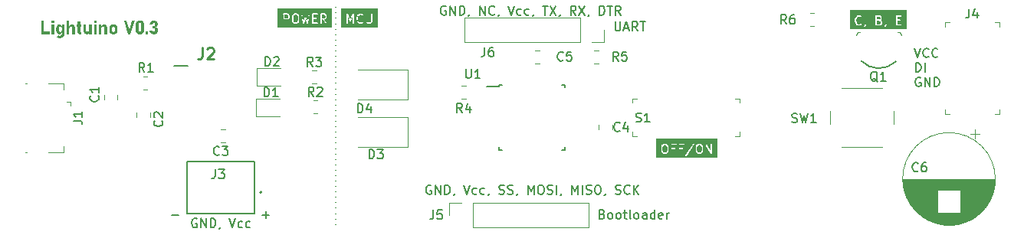
<source format=gbr>
%TF.GenerationSoftware,KiCad,Pcbnew,7.0.5*%
%TF.CreationDate,2023-10-18T15:34:20+03:00*%
%TF.ProjectId,Flashlight,466c6173-686c-4696-9768-742e6b696361,rev?*%
%TF.SameCoordinates,Original*%
%TF.FileFunction,Legend,Top*%
%TF.FilePolarity,Positive*%
%FSLAX46Y46*%
G04 Gerber Fmt 4.6, Leading zero omitted, Abs format (unit mm)*
G04 Created by KiCad (PCBNEW 7.0.5) date 2023-10-18 15:34:20*
%MOMM*%
%LPD*%
G01*
G04 APERTURE LIST*
%ADD10C,0.150000*%
%ADD11C,0.300000*%
%ADD12C,0.254000*%
%ADD13C,0.120000*%
%ADD14C,0.200000*%
%ADD15C,0.100000*%
%ADD16C,0.127000*%
G04 APERTURE END LIST*
D10*
G36*
X120633333Y-108267857D02*
G01*
X116532143Y-108267857D01*
X116532143Y-106781579D01*
X117159502Y-106781579D01*
X117161778Y-106786458D01*
X117161779Y-107780601D01*
X117171022Y-107812079D01*
X117204308Y-107840921D01*
X117247903Y-107847189D01*
X117287967Y-107828893D01*
X117311779Y-107791841D01*
X117311779Y-107107886D01*
X117501892Y-107515271D01*
X117510619Y-107534804D01*
X117520549Y-107541302D01*
X117528395Y-107550207D01*
X117538597Y-107553111D01*
X117547474Y-107558920D01*
X117559342Y-107559017D01*
X117570755Y-107562267D01*
X117580905Y-107559195D01*
X117591516Y-107559283D01*
X117601555Y-107552947D01*
X117612911Y-107549511D01*
X117619790Y-107541438D01*
X117628763Y-107535776D01*
X117633782Y-107525020D01*
X117641479Y-107515989D01*
X117642902Y-107505477D01*
X117828445Y-107107885D01*
X117828445Y-107780601D01*
X117837688Y-107812079D01*
X117870974Y-107840921D01*
X117914569Y-107847189D01*
X117954633Y-107828893D01*
X117978445Y-107791841D01*
X117978445Y-107338073D01*
X118253915Y-107338073D01*
X118257017Y-107350480D01*
X118257017Y-107352029D01*
X118259621Y-107360898D01*
X118303635Y-107536953D01*
X118302705Y-107545567D01*
X118308871Y-107557900D01*
X118309490Y-107560373D01*
X118313672Y-107567500D01*
X118355967Y-107652090D01*
X118358650Y-107664422D01*
X118373279Y-107679051D01*
X118387339Y-107694167D01*
X118388757Y-107694529D01*
X118466605Y-107772378D01*
X118477884Y-107786387D01*
X118492425Y-107791234D01*
X118505878Y-107798580D01*
X118512946Y-107798074D01*
X118632713Y-107837997D01*
X118643328Y-107844819D01*
X118664007Y-107844819D01*
X118684647Y-107845565D01*
X118685906Y-107844819D01*
X118751186Y-107844819D01*
X118763413Y-107847934D01*
X118783025Y-107841396D01*
X118802848Y-107835576D01*
X118803806Y-107834469D01*
X118923330Y-107794628D01*
X118940907Y-107790805D01*
X118951748Y-107779962D01*
X118964330Y-107771219D01*
X118967037Y-107764673D01*
X119011721Y-107719988D01*
X119027444Y-107691194D01*
X119024301Y-107647263D01*
X118997906Y-107612005D01*
X118956639Y-107596613D01*
X118913602Y-107605976D01*
X118862931Y-107656647D01*
X118748416Y-107694819D01*
X118677520Y-107694819D01*
X118563005Y-107656647D01*
X118499546Y-107593186D01*
X119302705Y-107593186D01*
X119309561Y-107606899D01*
X119313879Y-107621602D01*
X119319232Y-107626240D01*
X119355967Y-107699709D01*
X119358650Y-107712040D01*
X119373269Y-107726660D01*
X119387339Y-107741786D01*
X119388757Y-107742148D01*
X119415191Y-107768583D01*
X119421636Y-107779434D01*
X119440147Y-107788689D01*
X119458258Y-107798579D01*
X119459717Y-107798474D01*
X119532963Y-107835097D01*
X119548090Y-107844819D01*
X119563420Y-107844819D01*
X119578503Y-107847533D01*
X119585047Y-107844819D01*
X119756548Y-107844819D01*
X119774432Y-107846750D01*
X119788145Y-107839893D01*
X119802848Y-107835576D01*
X119807486Y-107830222D01*
X119880954Y-107793487D01*
X119893288Y-107790805D01*
X119907919Y-107776172D01*
X119923032Y-107762116D01*
X119923394Y-107760696D01*
X119949828Y-107734262D01*
X119960679Y-107727818D01*
X119969935Y-107709304D01*
X119979825Y-107691194D01*
X119979720Y-107689734D01*
X120016342Y-107616490D01*
X120026064Y-107601364D01*
X120026064Y-107586034D01*
X120028778Y-107570951D01*
X120026064Y-107564407D01*
X120026064Y-106759037D01*
X120016821Y-106727559D01*
X119983535Y-106698717D01*
X119939940Y-106692449D01*
X119899876Y-106710745D01*
X119876064Y-106747797D01*
X119876064Y-107561636D01*
X119841805Y-107630153D01*
X119811397Y-107660561D01*
X119742883Y-107694819D01*
X119587818Y-107694819D01*
X119519300Y-107660560D01*
X119488892Y-107630151D01*
X119454636Y-107561637D01*
X119454636Y-106759037D01*
X119445393Y-106727559D01*
X119412107Y-106698717D01*
X119368512Y-106692449D01*
X119328448Y-106710745D01*
X119304636Y-106747797D01*
X119304636Y-107575301D01*
X119302705Y-107593186D01*
X118499546Y-107593186D01*
X118488893Y-107582533D01*
X118450400Y-107505547D01*
X118407017Y-107332013D01*
X118407017Y-107207624D01*
X118450400Y-107034091D01*
X118488894Y-106957102D01*
X118563006Y-106882990D01*
X118677521Y-106844819D01*
X118748418Y-106844819D01*
X118862931Y-106882990D01*
X118905655Y-106925714D01*
X118934449Y-106941436D01*
X118978380Y-106938294D01*
X119013638Y-106911900D01*
X119029031Y-106870633D01*
X119019669Y-106827596D01*
X118959331Y-106767258D01*
X118948054Y-106753251D01*
X118933512Y-106748403D01*
X118920060Y-106741058D01*
X118912992Y-106741563D01*
X118793225Y-106701641D01*
X118782610Y-106694819D01*
X118761930Y-106694819D01*
X118741291Y-106694073D01*
X118740032Y-106694819D01*
X118674752Y-106694819D01*
X118662524Y-106691704D01*
X118642904Y-106698243D01*
X118623090Y-106704062D01*
X118622131Y-106705168D01*
X118502602Y-106745010D01*
X118485032Y-106748833D01*
X118474193Y-106759671D01*
X118461607Y-106768419D01*
X118458898Y-106774966D01*
X118380870Y-106852994D01*
X118370021Y-106859438D01*
X118360770Y-106877938D01*
X118350875Y-106896061D01*
X118350979Y-106897521D01*
X118318527Y-106962425D01*
X118312216Y-106968360D01*
X118308871Y-106981737D01*
X118307732Y-106984017D01*
X118306268Y-106992149D01*
X118262249Y-107168226D01*
X118257017Y-107176368D01*
X118257017Y-107189156D01*
X118256641Y-107190660D01*
X118257017Y-107199906D01*
X118257017Y-107328904D01*
X118253915Y-107338073D01*
X117978445Y-107338073D01*
X117978445Y-106775488D01*
X117980904Y-106759331D01*
X117973982Y-106743838D01*
X117969202Y-106727559D01*
X117965133Y-106724034D01*
X117962938Y-106719119D01*
X117948738Y-106709827D01*
X117935916Y-106698717D01*
X117930588Y-106697950D01*
X117926083Y-106695003D01*
X117909111Y-106694863D01*
X117892321Y-106692449D01*
X117887426Y-106694684D01*
X117882041Y-106694640D01*
X117867686Y-106703698D01*
X117852257Y-106710745D01*
X117849347Y-106715272D01*
X117844794Y-106718146D01*
X117837617Y-106733524D01*
X117828445Y-106747797D01*
X117828445Y-106753179D01*
X117570112Y-107306750D01*
X117307141Y-106743242D01*
X117302536Y-106727559D01*
X117289713Y-106716448D01*
X117278496Y-106703716D01*
X117273317Y-106702241D01*
X117269250Y-106698717D01*
X117252456Y-106696302D01*
X117236136Y-106691656D01*
X117230983Y-106693215D01*
X117225655Y-106692449D01*
X117210218Y-106699498D01*
X117193980Y-106704412D01*
X117190489Y-106708508D01*
X117185591Y-106710745D01*
X117176415Y-106725022D01*
X117165412Y-106737934D01*
X117164689Y-106743267D01*
X117161779Y-106747797D01*
X117161779Y-106764763D01*
X117159502Y-106781579D01*
X116532143Y-106781579D01*
X116532143Y-106157143D01*
X120633333Y-106157143D01*
X120633333Y-108267857D01*
G37*
G36*
X111668543Y-106879078D02*
G01*
X111740484Y-106951019D01*
X111780826Y-107112386D01*
X111780826Y-107427251D01*
X111740484Y-107588618D01*
X111668540Y-107660561D01*
X111600026Y-107694819D01*
X111444961Y-107694819D01*
X111376442Y-107660560D01*
X111304501Y-107588618D01*
X111264160Y-107427250D01*
X111264160Y-107112386D01*
X111304501Y-106951019D01*
X111376443Y-106879077D01*
X111444959Y-106844819D01*
X111600025Y-106844819D01*
X111668543Y-106879078D01*
G37*
G36*
X110668543Y-106879078D02*
G01*
X110698948Y-106909483D01*
X110733207Y-106977999D01*
X110733207Y-107085446D01*
X110698948Y-107153963D01*
X110668541Y-107184370D01*
X110600026Y-107218628D01*
X110311779Y-107218628D01*
X110311779Y-106844819D01*
X110600025Y-106844819D01*
X110668543Y-106879078D01*
G37*
G36*
X114763781Y-106879078D02*
G01*
X114794186Y-106909483D01*
X114828445Y-106977999D01*
X114828444Y-107085446D01*
X114794186Y-107153963D01*
X114763779Y-107184370D01*
X114695264Y-107218628D01*
X114573984Y-107218628D01*
X114555939Y-107216758D01*
X114552239Y-107218628D01*
X114407017Y-107218628D01*
X114407017Y-106844819D01*
X114695263Y-106844819D01*
X114763781Y-106879078D01*
G37*
G36*
X115538095Y-108267857D02*
G01*
X109532143Y-108267857D01*
X109532143Y-107304752D01*
X110159409Y-107304752D01*
X110161779Y-107309941D01*
X110161779Y-107780601D01*
X110171022Y-107812079D01*
X110204308Y-107840921D01*
X110247903Y-107847189D01*
X110287967Y-107828893D01*
X110311779Y-107791841D01*
X110311779Y-107433311D01*
X111111058Y-107433311D01*
X111114160Y-107445718D01*
X111114160Y-107447267D01*
X111116764Y-107456136D01*
X111163740Y-107644042D01*
X111168174Y-107664422D01*
X111176954Y-107673202D01*
X111183235Y-107683907D01*
X111192203Y-107688451D01*
X111272334Y-107768583D01*
X111278779Y-107779434D01*
X111297280Y-107788684D01*
X111315402Y-107798580D01*
X111316862Y-107798475D01*
X111390106Y-107835097D01*
X111405233Y-107844819D01*
X111420563Y-107844819D01*
X111435646Y-107847533D01*
X111442190Y-107844819D01*
X111613691Y-107844819D01*
X111631575Y-107846750D01*
X111645288Y-107839893D01*
X111659991Y-107835576D01*
X111664629Y-107830222D01*
X111738098Y-107793487D01*
X111750430Y-107790805D01*
X111765055Y-107776179D01*
X111780175Y-107762116D01*
X111780537Y-107760696D01*
X111860420Y-107680813D01*
X111875627Y-107666516D01*
X111878638Y-107654468D01*
X111884587Y-107643575D01*
X111883869Y-107633545D01*
X111925593Y-107466648D01*
X111930826Y-107458507D01*
X111930826Y-107445719D01*
X111931202Y-107444215D01*
X111930826Y-107434968D01*
X111930825Y-107115494D01*
X111933928Y-107106326D01*
X111930826Y-107093918D01*
X111930826Y-107092370D01*
X111928221Y-107083500D01*
X111881245Y-106895597D01*
X111876812Y-106875215D01*
X111868032Y-106866435D01*
X111861751Y-106855729D01*
X111852780Y-106851183D01*
X111772650Y-106771053D01*
X111769511Y-106765767D01*
X112111099Y-106765767D01*
X112352474Y-107779547D01*
X112352829Y-107793709D01*
X112363576Y-107809547D01*
X112373074Y-107826161D01*
X112375821Y-107827592D01*
X112377560Y-107830154D01*
X112395158Y-107837664D01*
X112412136Y-107846509D01*
X112415220Y-107846227D01*
X112418068Y-107847443D01*
X112436935Y-107844247D01*
X112455997Y-107842509D01*
X112458439Y-107840605D01*
X112461493Y-107840088D01*
X112475640Y-107827196D01*
X112490734Y-107815430D01*
X112491759Y-107812507D01*
X112494048Y-107810422D01*
X112498978Y-107791934D01*
X112505316Y-107773871D01*
X112504598Y-107770857D01*
X112617731Y-107346611D01*
X112733715Y-107781552D01*
X112734450Y-107795699D01*
X112745615Y-107811238D01*
X112755559Y-107827596D01*
X112758344Y-107828953D01*
X112760150Y-107831466D01*
X112777942Y-107838501D01*
X112795153Y-107846887D01*
X112798227Y-107846523D01*
X112801108Y-107847662D01*
X112819885Y-107843960D01*
X112838891Y-107841711D01*
X112841281Y-107839742D01*
X112844320Y-107839143D01*
X112858117Y-107825875D01*
X112872888Y-107813709D01*
X112873834Y-107810761D01*
X112876067Y-107808614D01*
X112880500Y-107789992D01*
X112883405Y-107780943D01*
X113349885Y-107780943D01*
X113356804Y-107796095D01*
X113361498Y-107812079D01*
X113365810Y-107815815D01*
X113368181Y-107821007D01*
X113382197Y-107830014D01*
X113394784Y-107840921D01*
X113400430Y-107841732D01*
X113405233Y-107844819D01*
X113421895Y-107844819D01*
X113438379Y-107847189D01*
X113443569Y-107844819D01*
X113914227Y-107844819D01*
X113945705Y-107835576D01*
X113974547Y-107802290D01*
X113980815Y-107758695D01*
X113962519Y-107718631D01*
X113925467Y-107694819D01*
X113502255Y-107694819D01*
X113502255Y-107321009D01*
X113771370Y-107321009D01*
X113802848Y-107311766D01*
X113808926Y-107304752D01*
X114254647Y-107304752D01*
X114257017Y-107309941D01*
X114257017Y-107780601D01*
X114266260Y-107812079D01*
X114299546Y-107840921D01*
X114343141Y-107847189D01*
X114383205Y-107828893D01*
X114407017Y-107791841D01*
X114407017Y-107368628D01*
X114531063Y-107368628D01*
X114848186Y-107821662D01*
X114873809Y-107842149D01*
X114917618Y-107846689D01*
X114956927Y-107826824D01*
X114979257Y-107788860D01*
X114977516Y-107744851D01*
X114714588Y-107369239D01*
X114726813Y-107370559D01*
X114740526Y-107363702D01*
X114755229Y-107359385D01*
X114759867Y-107354031D01*
X114833336Y-107317296D01*
X114845668Y-107314614D01*
X114860295Y-107299986D01*
X114875413Y-107285925D01*
X114875775Y-107284506D01*
X114902210Y-107258071D01*
X114913060Y-107251628D01*
X114922314Y-107233118D01*
X114932205Y-107215005D01*
X114932100Y-107213546D01*
X114968723Y-107140300D01*
X114978445Y-107125174D01*
X114978445Y-107109844D01*
X114981159Y-107094761D01*
X114978445Y-107088217D01*
X114978445Y-106964325D01*
X114980375Y-106946451D01*
X114973520Y-106932741D01*
X114969202Y-106918035D01*
X114963847Y-106913395D01*
X114927113Y-106839926D01*
X114924431Y-106827596D01*
X114909811Y-106812976D01*
X114895742Y-106797851D01*
X114894323Y-106797488D01*
X114867888Y-106771053D01*
X114861445Y-106760204D01*
X114842944Y-106750953D01*
X114824822Y-106741058D01*
X114823361Y-106741162D01*
X114750120Y-106704542D01*
X114734991Y-106694819D01*
X114719661Y-106694819D01*
X114704578Y-106692105D01*
X114698034Y-106694819D01*
X114337377Y-106694819D01*
X114320893Y-106692449D01*
X114305740Y-106699368D01*
X114289757Y-106704062D01*
X114286020Y-106708374D01*
X114280829Y-106710745D01*
X114271821Y-106724761D01*
X114260915Y-106737348D01*
X114260103Y-106742994D01*
X114257017Y-106747797D01*
X114257017Y-106764459D01*
X114254647Y-106780943D01*
X114257017Y-106786132D01*
X114257017Y-107288268D01*
X114254647Y-107304752D01*
X113808926Y-107304752D01*
X113831690Y-107278480D01*
X113837958Y-107234885D01*
X113819662Y-107194821D01*
X113782610Y-107171009D01*
X113502255Y-107171009D01*
X113502255Y-106844819D01*
X113914227Y-106844819D01*
X113945705Y-106835576D01*
X113974547Y-106802290D01*
X113980815Y-106758695D01*
X113962519Y-106718631D01*
X113925467Y-106694819D01*
X113432615Y-106694819D01*
X113416131Y-106692449D01*
X113400978Y-106699368D01*
X113384995Y-106704062D01*
X113381258Y-106708374D01*
X113376067Y-106710745D01*
X113367059Y-106724761D01*
X113356153Y-106737348D01*
X113355341Y-106742994D01*
X113352255Y-106747797D01*
X113352255Y-106764459D01*
X113349885Y-106780943D01*
X113352255Y-106786132D01*
X113352255Y-107240649D01*
X113349885Y-107257133D01*
X113352255Y-107262322D01*
X113352255Y-107764459D01*
X113349885Y-107780943D01*
X112883405Y-107780943D01*
X112886349Y-107771773D01*
X112885551Y-107768780D01*
X113121761Y-106776702D01*
X113120060Y-106743939D01*
X113094360Y-106708172D01*
X113053402Y-106691977D01*
X113010190Y-106700495D01*
X112978443Y-106731024D01*
X112804090Y-107463302D01*
X112692485Y-107044782D01*
X112692157Y-107031643D01*
X112680845Y-107014973D01*
X112670379Y-106997757D01*
X112668561Y-106996871D01*
X112667426Y-106995198D01*
X112648892Y-106987287D01*
X112630785Y-106978465D01*
X112628777Y-106978702D01*
X112626918Y-106977909D01*
X112607044Y-106981275D01*
X112587047Y-106983642D01*
X112585487Y-106984926D01*
X112583493Y-106985264D01*
X112568598Y-106998837D01*
X112553050Y-107011643D01*
X112552431Y-107013568D01*
X112550938Y-107014930D01*
X112545749Y-107034386D01*
X112539589Y-107053579D01*
X112540110Y-107055533D01*
X112431371Y-107463303D01*
X112259623Y-106741959D01*
X112243341Y-106713478D01*
X112204279Y-106693130D01*
X112160418Y-106697130D01*
X112125681Y-106724208D01*
X112111099Y-106765767D01*
X111769511Y-106765767D01*
X111766207Y-106760204D01*
X111747706Y-106750953D01*
X111729584Y-106741058D01*
X111728123Y-106741162D01*
X111654882Y-106704542D01*
X111639753Y-106694819D01*
X111624423Y-106694819D01*
X111609340Y-106692105D01*
X111602796Y-106694819D01*
X111431286Y-106694819D01*
X111413411Y-106692889D01*
X111399701Y-106699743D01*
X111384995Y-106704062D01*
X111380355Y-106709416D01*
X111306886Y-106746150D01*
X111294556Y-106748833D01*
X111279936Y-106763452D01*
X111264811Y-106777522D01*
X111264448Y-106778940D01*
X111184557Y-106858831D01*
X111169359Y-106873122D01*
X111166347Y-106885166D01*
X111160399Y-106896061D01*
X111161116Y-106906091D01*
X111119392Y-107072988D01*
X111114160Y-107081130D01*
X111114160Y-107093918D01*
X111113784Y-107095422D01*
X111114160Y-107104668D01*
X111114160Y-107424142D01*
X111111058Y-107433311D01*
X110311779Y-107433311D01*
X110311779Y-107368628D01*
X110613691Y-107368628D01*
X110631575Y-107370559D01*
X110645288Y-107363702D01*
X110659991Y-107359385D01*
X110664629Y-107354031D01*
X110738098Y-107317296D01*
X110750430Y-107314614D01*
X110765057Y-107299986D01*
X110780175Y-107285925D01*
X110780537Y-107284506D01*
X110806972Y-107258071D01*
X110817822Y-107251628D01*
X110827076Y-107233118D01*
X110836967Y-107215005D01*
X110836862Y-107213546D01*
X110873485Y-107140300D01*
X110883207Y-107125174D01*
X110883207Y-107109844D01*
X110885921Y-107094761D01*
X110883207Y-107088217D01*
X110883206Y-106964325D01*
X110885137Y-106946451D01*
X110878282Y-106932741D01*
X110873964Y-106918035D01*
X110868609Y-106913395D01*
X110831875Y-106839926D01*
X110829193Y-106827596D01*
X110814573Y-106812976D01*
X110800504Y-106797851D01*
X110799085Y-106797488D01*
X110772650Y-106771053D01*
X110766207Y-106760204D01*
X110747706Y-106750953D01*
X110729584Y-106741058D01*
X110728123Y-106741162D01*
X110654882Y-106704542D01*
X110639753Y-106694819D01*
X110624423Y-106694819D01*
X110609340Y-106692105D01*
X110602796Y-106694819D01*
X110242139Y-106694819D01*
X110225655Y-106692449D01*
X110210502Y-106699368D01*
X110194519Y-106704062D01*
X110190782Y-106708374D01*
X110185591Y-106710745D01*
X110176583Y-106724761D01*
X110165677Y-106737348D01*
X110164865Y-106742994D01*
X110161779Y-106747797D01*
X110161779Y-106764459D01*
X110159409Y-106780943D01*
X110161779Y-106786132D01*
X110161779Y-107288268D01*
X110159409Y-107304752D01*
X109532143Y-107304752D01*
X109532143Y-106157143D01*
X115538095Y-106157143D01*
X115538095Y-108267857D01*
G37*
X116000000Y-106000000D02*
X116000000Y-106000000D01*
X116000000Y-106600000D02*
X116000000Y-106600000D01*
X116000000Y-107200000D02*
X116000000Y-107200000D01*
X116000000Y-107800000D02*
X116000000Y-107800000D01*
X116000000Y-108400000D02*
X116000000Y-108400000D01*
X116000000Y-109000000D02*
X116000000Y-109000000D01*
X116000000Y-109600000D02*
X116000000Y-109600000D01*
X116000000Y-110200000D02*
X116000000Y-110200000D01*
X116000000Y-110800000D02*
X116000000Y-110800000D01*
X116000000Y-111400000D02*
X116000000Y-111400000D01*
X116000000Y-112000000D02*
X116000000Y-112000000D01*
X116000000Y-112600000D02*
X116000000Y-112600000D01*
X116000000Y-113200000D02*
X116000000Y-113200000D01*
X116000000Y-113800000D02*
X116000000Y-113800000D01*
X116000000Y-114400000D02*
X116000000Y-114400000D01*
X116000000Y-115000000D02*
X116000000Y-115000000D01*
X116000000Y-115600000D02*
X116000000Y-115600000D01*
X116000000Y-116200000D02*
X116000000Y-116200000D01*
X116000000Y-116800000D02*
X116000000Y-116800000D01*
X116000000Y-117400000D02*
X116000000Y-117400000D01*
X116000000Y-118000000D02*
X116000000Y-118000000D01*
X116000000Y-118600000D02*
X116000000Y-118600000D01*
X116000000Y-119200000D02*
X116000000Y-119200000D01*
X116000000Y-119800000D02*
X116000000Y-119800000D01*
X116000000Y-120400000D02*
X116000000Y-120400000D01*
X116000000Y-121000000D02*
X116000000Y-121000000D01*
X116000000Y-121600000D02*
X116000000Y-121600000D01*
X116000000Y-122200000D02*
X116000000Y-122200000D01*
X116000000Y-122800000D02*
X116000000Y-122800000D01*
X116000000Y-123400000D02*
X116000000Y-123400000D01*
X116000000Y-124000000D02*
X116000000Y-124000000D01*
X116000000Y-124600000D02*
X116000000Y-124600000D01*
X116000000Y-125200000D02*
X116000000Y-125200000D01*
X116000000Y-125800000D02*
X116000000Y-125800000D01*
X116000000Y-126400000D02*
X116000000Y-126400000D01*
X116000000Y-127000000D02*
X116000000Y-127000000D01*
X116000000Y-127600000D02*
X116000000Y-127600000D01*
X116000000Y-128200000D02*
X116000000Y-128200000D01*
X116000000Y-128800000D02*
X116000000Y-128800000D01*
X116000000Y-129400000D02*
X116000000Y-129400000D01*
X116000000Y-130000000D02*
X116000000Y-130000000D01*
X97836779Y-128988866D02*
X98598684Y-128988866D01*
X179893922Y-110549819D02*
X180227255Y-111549819D01*
X180227255Y-111549819D02*
X180560588Y-110549819D01*
X181465350Y-111454580D02*
X181417731Y-111502200D01*
X181417731Y-111502200D02*
X181274874Y-111549819D01*
X181274874Y-111549819D02*
X181179636Y-111549819D01*
X181179636Y-111549819D02*
X181036779Y-111502200D01*
X181036779Y-111502200D02*
X180941541Y-111406961D01*
X180941541Y-111406961D02*
X180893922Y-111311723D01*
X180893922Y-111311723D02*
X180846303Y-111121247D01*
X180846303Y-111121247D02*
X180846303Y-110978390D01*
X180846303Y-110978390D02*
X180893922Y-110787914D01*
X180893922Y-110787914D02*
X180941541Y-110692676D01*
X180941541Y-110692676D02*
X181036779Y-110597438D01*
X181036779Y-110597438D02*
X181179636Y-110549819D01*
X181179636Y-110549819D02*
X181274874Y-110549819D01*
X181274874Y-110549819D02*
X181417731Y-110597438D01*
X181417731Y-110597438D02*
X181465350Y-110645057D01*
X182465350Y-111454580D02*
X182417731Y-111502200D01*
X182417731Y-111502200D02*
X182274874Y-111549819D01*
X182274874Y-111549819D02*
X182179636Y-111549819D01*
X182179636Y-111549819D02*
X182036779Y-111502200D01*
X182036779Y-111502200D02*
X181941541Y-111406961D01*
X181941541Y-111406961D02*
X181893922Y-111311723D01*
X181893922Y-111311723D02*
X181846303Y-111121247D01*
X181846303Y-111121247D02*
X181846303Y-110978390D01*
X181846303Y-110978390D02*
X181893922Y-110787914D01*
X181893922Y-110787914D02*
X181941541Y-110692676D01*
X181941541Y-110692676D02*
X182036779Y-110597438D01*
X182036779Y-110597438D02*
X182179636Y-110549819D01*
X182179636Y-110549819D02*
X182274874Y-110549819D01*
X182274874Y-110549819D02*
X182417731Y-110597438D01*
X182417731Y-110597438D02*
X182465350Y-110645057D01*
X180036779Y-113159819D02*
X180036779Y-112159819D01*
X180036779Y-112159819D02*
X180274874Y-112159819D01*
X180274874Y-112159819D02*
X180417731Y-112207438D01*
X180417731Y-112207438D02*
X180512969Y-112302676D01*
X180512969Y-112302676D02*
X180560588Y-112397914D01*
X180560588Y-112397914D02*
X180608207Y-112588390D01*
X180608207Y-112588390D02*
X180608207Y-112731247D01*
X180608207Y-112731247D02*
X180560588Y-112921723D01*
X180560588Y-112921723D02*
X180512969Y-113016961D01*
X180512969Y-113016961D02*
X180417731Y-113112200D01*
X180417731Y-113112200D02*
X180274874Y-113159819D01*
X180274874Y-113159819D02*
X180036779Y-113159819D01*
X181036779Y-113159819D02*
X181036779Y-112159819D01*
X180560588Y-113817438D02*
X180465350Y-113769819D01*
X180465350Y-113769819D02*
X180322493Y-113769819D01*
X180322493Y-113769819D02*
X180179636Y-113817438D01*
X180179636Y-113817438D02*
X180084398Y-113912676D01*
X180084398Y-113912676D02*
X180036779Y-114007914D01*
X180036779Y-114007914D02*
X179989160Y-114198390D01*
X179989160Y-114198390D02*
X179989160Y-114341247D01*
X179989160Y-114341247D02*
X180036779Y-114531723D01*
X180036779Y-114531723D02*
X180084398Y-114626961D01*
X180084398Y-114626961D02*
X180179636Y-114722200D01*
X180179636Y-114722200D02*
X180322493Y-114769819D01*
X180322493Y-114769819D02*
X180417731Y-114769819D01*
X180417731Y-114769819D02*
X180560588Y-114722200D01*
X180560588Y-114722200D02*
X180608207Y-114674580D01*
X180608207Y-114674580D02*
X180608207Y-114341247D01*
X180608207Y-114341247D02*
X180417731Y-114341247D01*
X181036779Y-114769819D02*
X181036779Y-113769819D01*
X181036779Y-113769819D02*
X181608207Y-114769819D01*
X181608207Y-114769819D02*
X181608207Y-113769819D01*
X182084398Y-114769819D02*
X182084398Y-113769819D01*
X182084398Y-113769819D02*
X182322493Y-113769819D01*
X182322493Y-113769819D02*
X182465350Y-113817438D01*
X182465350Y-113817438D02*
X182560588Y-113912676D01*
X182560588Y-113912676D02*
X182608207Y-114007914D01*
X182608207Y-114007914D02*
X182655826Y-114198390D01*
X182655826Y-114198390D02*
X182655826Y-114341247D01*
X182655826Y-114341247D02*
X182608207Y-114531723D01*
X182608207Y-114531723D02*
X182560588Y-114626961D01*
X182560588Y-114626961D02*
X182465350Y-114722200D01*
X182465350Y-114722200D02*
X182322493Y-114769819D01*
X182322493Y-114769819D02*
X182084398Y-114769819D01*
G36*
X152468543Y-121279078D02*
G01*
X152540484Y-121351019D01*
X152580826Y-121512386D01*
X152580826Y-121827251D01*
X152540484Y-121988618D01*
X152468540Y-122060561D01*
X152400026Y-122094819D01*
X152244961Y-122094819D01*
X152176442Y-122060560D01*
X152104501Y-121988618D01*
X152064160Y-121827251D01*
X152064160Y-121512386D01*
X152104501Y-121351019D01*
X152176443Y-121279077D01*
X152244959Y-121244819D01*
X152400025Y-121244819D01*
X152468543Y-121279078D01*
G37*
G36*
X156278067Y-121279078D02*
G01*
X156350008Y-121351019D01*
X156390350Y-121512386D01*
X156390350Y-121827251D01*
X156350008Y-121988618D01*
X156278064Y-122060561D01*
X156209550Y-122094819D01*
X156054485Y-122094819D01*
X155985966Y-122060560D01*
X155914025Y-121988618D01*
X155873684Y-121827250D01*
X155873684Y-121512386D01*
X155914025Y-121351019D01*
X155985967Y-121279077D01*
X156054483Y-121244819D01*
X156209549Y-121244819D01*
X156278067Y-121279078D01*
G37*
G36*
X158147619Y-122667857D02*
G01*
X151332143Y-122667857D01*
X151332143Y-122406601D01*
X154577672Y-122406601D01*
X154589369Y-122449063D01*
X154622166Y-122478460D01*
X154665650Y-122485461D01*
X154706015Y-122467840D01*
X155129034Y-121833311D01*
X155720582Y-121833311D01*
X155723684Y-121845718D01*
X155723684Y-121847267D01*
X155726288Y-121856136D01*
X155773264Y-122044042D01*
X155777698Y-122064422D01*
X155786478Y-122073202D01*
X155792759Y-122083907D01*
X155801727Y-122088451D01*
X155881858Y-122168583D01*
X155888303Y-122179434D01*
X155906804Y-122188684D01*
X155924926Y-122198580D01*
X155926386Y-122198475D01*
X155999630Y-122235097D01*
X156014757Y-122244819D01*
X156030087Y-122244819D01*
X156045170Y-122247533D01*
X156051714Y-122244819D01*
X156223215Y-122244819D01*
X156241099Y-122246750D01*
X156254812Y-122239893D01*
X156269515Y-122235576D01*
X156274153Y-122230222D01*
X156347622Y-122193487D01*
X156359954Y-122190805D01*
X156374579Y-122176179D01*
X156389699Y-122162116D01*
X156390061Y-122160696D01*
X156469944Y-122080813D01*
X156485151Y-122066516D01*
X156488162Y-122054468D01*
X156494111Y-122043575D01*
X156493393Y-122033545D01*
X156535117Y-121866648D01*
X156540350Y-121858507D01*
X156540350Y-121845719D01*
X156540726Y-121844215D01*
X156540350Y-121834968D01*
X156540350Y-121515494D01*
X156543452Y-121506326D01*
X156540350Y-121493917D01*
X156540350Y-121492370D01*
X156537745Y-121483500D01*
X156490769Y-121295597D01*
X156486336Y-121275215D01*
X156477556Y-121266435D01*
X156471275Y-121255729D01*
X156462304Y-121251183D01*
X156399030Y-121187909D01*
X156817878Y-121187909D01*
X156818922Y-121189736D01*
X156818922Y-122180601D01*
X156828165Y-122212079D01*
X156861451Y-122240921D01*
X156905046Y-122247189D01*
X156945110Y-122228893D01*
X156968922Y-122191841D01*
X156968922Y-121452236D01*
X157395868Y-122199393D01*
X157399593Y-122212079D01*
X157414756Y-122225218D01*
X157429224Y-122239136D01*
X157431289Y-122239543D01*
X157432879Y-122240921D01*
X157452739Y-122243776D01*
X157472434Y-122247663D01*
X157474391Y-122246889D01*
X157476474Y-122247189D01*
X157494729Y-122238852D01*
X157513395Y-122231476D01*
X157514623Y-122229767D01*
X157516538Y-122228893D01*
X157527388Y-122212008D01*
X157539103Y-122195713D01*
X157539212Y-122193610D01*
X157540350Y-122191841D01*
X157540350Y-122171772D01*
X157541394Y-122151729D01*
X157540350Y-122149901D01*
X157540350Y-121159037D01*
X157531107Y-121127559D01*
X157497821Y-121098717D01*
X157454226Y-121092449D01*
X157414162Y-121110745D01*
X157390350Y-121147797D01*
X157390350Y-121887401D01*
X156963403Y-121140244D01*
X156959679Y-121127559D01*
X156944515Y-121114419D01*
X156930048Y-121100502D01*
X156927982Y-121100094D01*
X156926393Y-121098717D01*
X156906532Y-121095861D01*
X156886838Y-121091975D01*
X156884880Y-121092748D01*
X156882798Y-121092449D01*
X156864542Y-121100785D01*
X156845877Y-121108162D01*
X156844648Y-121109870D01*
X156842734Y-121110745D01*
X156831883Y-121127629D01*
X156820169Y-121143925D01*
X156820059Y-121146027D01*
X156818922Y-121147797D01*
X156818922Y-121167865D01*
X156817878Y-121187909D01*
X156399030Y-121187909D01*
X156382174Y-121171053D01*
X156375731Y-121160204D01*
X156357230Y-121150953D01*
X156339108Y-121141058D01*
X156337647Y-121141162D01*
X156264406Y-121104542D01*
X156249277Y-121094819D01*
X156233947Y-121094819D01*
X156218864Y-121092105D01*
X156212320Y-121094819D01*
X156040810Y-121094819D01*
X156022935Y-121092889D01*
X156009225Y-121099743D01*
X155994519Y-121104062D01*
X155989879Y-121109416D01*
X155916410Y-121146150D01*
X155904080Y-121148833D01*
X155889460Y-121163452D01*
X155874335Y-121177522D01*
X155873972Y-121178940D01*
X155794081Y-121258831D01*
X155778883Y-121273122D01*
X155775871Y-121285166D01*
X155769923Y-121296061D01*
X155770640Y-121306091D01*
X155728916Y-121472988D01*
X155723684Y-121481130D01*
X155723684Y-121493918D01*
X155723308Y-121495422D01*
X155723684Y-121504668D01*
X155723684Y-121824142D01*
X155720582Y-121833311D01*
X155129034Y-121833311D01*
X155581354Y-121154831D01*
X155591124Y-121123513D01*
X155579427Y-121081051D01*
X155546631Y-121051653D01*
X155503147Y-121044653D01*
X155462781Y-121062274D01*
X154587442Y-122375283D01*
X154577672Y-122406601D01*
X151332143Y-122406601D01*
X151332143Y-121833311D01*
X151911058Y-121833311D01*
X151914160Y-121845719D01*
X151914160Y-121847267D01*
X151916764Y-121856136D01*
X151963740Y-122044042D01*
X151968174Y-122064422D01*
X151976954Y-122073202D01*
X151983235Y-122083907D01*
X151992203Y-122088451D01*
X152072334Y-122168583D01*
X152078779Y-122179434D01*
X152097280Y-122188684D01*
X152115402Y-122198580D01*
X152116862Y-122198475D01*
X152190106Y-122235097D01*
X152205233Y-122244819D01*
X152220563Y-122244819D01*
X152235646Y-122247533D01*
X152242190Y-122244819D01*
X152413691Y-122244819D01*
X152431575Y-122246750D01*
X152445288Y-122239893D01*
X152459991Y-122235576D01*
X152464629Y-122230222D01*
X152538098Y-122193487D01*
X152550430Y-122190805D01*
X152565055Y-122176179D01*
X152580175Y-122162116D01*
X152580537Y-122160696D01*
X152660420Y-122080813D01*
X152675627Y-122066516D01*
X152678638Y-122054468D01*
X152684587Y-122043575D01*
X152683869Y-122033545D01*
X152725593Y-121866648D01*
X152730826Y-121858507D01*
X152730826Y-121845719D01*
X152731202Y-121844215D01*
X152730826Y-121834968D01*
X152730826Y-121657133D01*
X153007028Y-121657133D01*
X153009398Y-121662322D01*
X153009398Y-122180601D01*
X153018641Y-122212079D01*
X153051927Y-122240921D01*
X153095522Y-122247189D01*
X153135586Y-122228893D01*
X153159398Y-122191841D01*
X153159398Y-121721009D01*
X153428513Y-121721009D01*
X153459991Y-121711766D01*
X153488833Y-121678480D01*
X153491902Y-121657133D01*
X153864171Y-121657133D01*
X153866541Y-121662322D01*
X153866541Y-122180601D01*
X153875784Y-122212079D01*
X153909070Y-122240921D01*
X153952665Y-122247189D01*
X153992729Y-122228893D01*
X154016541Y-122191841D01*
X154016541Y-121721009D01*
X154285656Y-121721009D01*
X154317134Y-121711766D01*
X154345976Y-121678480D01*
X154352244Y-121634885D01*
X154333948Y-121594821D01*
X154296896Y-121571009D01*
X154016541Y-121571009D01*
X154016541Y-121244819D01*
X154428513Y-121244819D01*
X154459991Y-121235576D01*
X154488833Y-121202290D01*
X154495101Y-121158695D01*
X154476805Y-121118631D01*
X154439753Y-121094819D01*
X153946901Y-121094819D01*
X153930417Y-121092449D01*
X153915264Y-121099368D01*
X153899281Y-121104062D01*
X153895544Y-121108374D01*
X153890353Y-121110745D01*
X153881345Y-121124761D01*
X153870439Y-121137348D01*
X153869627Y-121142994D01*
X153866541Y-121147797D01*
X153866541Y-121164459D01*
X153864171Y-121180943D01*
X153866541Y-121186132D01*
X153866541Y-121640649D01*
X153864171Y-121657133D01*
X153491902Y-121657133D01*
X153495101Y-121634885D01*
X153476805Y-121594821D01*
X153439753Y-121571009D01*
X153159398Y-121571009D01*
X153159398Y-121244819D01*
X153571370Y-121244819D01*
X153602848Y-121235576D01*
X153631690Y-121202290D01*
X153637958Y-121158695D01*
X153619662Y-121118631D01*
X153582610Y-121094819D01*
X153089758Y-121094819D01*
X153073274Y-121092449D01*
X153058121Y-121099368D01*
X153042138Y-121104062D01*
X153038401Y-121108374D01*
X153033210Y-121110745D01*
X153024202Y-121124761D01*
X153013296Y-121137348D01*
X153012484Y-121142994D01*
X153009398Y-121147797D01*
X153009398Y-121164459D01*
X153007028Y-121180943D01*
X153009398Y-121186132D01*
X153009398Y-121640649D01*
X153007028Y-121657133D01*
X152730826Y-121657133D01*
X152730826Y-121515494D01*
X152733928Y-121506326D01*
X152730826Y-121493917D01*
X152730826Y-121492370D01*
X152728221Y-121483500D01*
X152681245Y-121295597D01*
X152676812Y-121275215D01*
X152668032Y-121266435D01*
X152661751Y-121255729D01*
X152652780Y-121251183D01*
X152572650Y-121171053D01*
X152566207Y-121160204D01*
X152547706Y-121150953D01*
X152529584Y-121141058D01*
X152528123Y-121141162D01*
X152454882Y-121104542D01*
X152439753Y-121094819D01*
X152424423Y-121094819D01*
X152409340Y-121092105D01*
X152402796Y-121094819D01*
X152231286Y-121094819D01*
X152213411Y-121092889D01*
X152199701Y-121099743D01*
X152184995Y-121104062D01*
X152180355Y-121109416D01*
X152106886Y-121146150D01*
X152094556Y-121148833D01*
X152079936Y-121163452D01*
X152064811Y-121177522D01*
X152064448Y-121178940D01*
X151984557Y-121258831D01*
X151969359Y-121273122D01*
X151966347Y-121285166D01*
X151960399Y-121296061D01*
X151961116Y-121306091D01*
X151919392Y-121472988D01*
X151914160Y-121481130D01*
X151914160Y-121493917D01*
X151913784Y-121495422D01*
X151914160Y-121504668D01*
X151914160Y-121824142D01*
X151911058Y-121833311D01*
X151332143Y-121833311D01*
X151332143Y-120557143D01*
X158147619Y-120557143D01*
X158147619Y-122667857D01*
G37*
X100610588Y-129417438D02*
X100515350Y-129369819D01*
X100515350Y-129369819D02*
X100372493Y-129369819D01*
X100372493Y-129369819D02*
X100229636Y-129417438D01*
X100229636Y-129417438D02*
X100134398Y-129512676D01*
X100134398Y-129512676D02*
X100086779Y-129607914D01*
X100086779Y-129607914D02*
X100039160Y-129798390D01*
X100039160Y-129798390D02*
X100039160Y-129941247D01*
X100039160Y-129941247D02*
X100086779Y-130131723D01*
X100086779Y-130131723D02*
X100134398Y-130226961D01*
X100134398Y-130226961D02*
X100229636Y-130322200D01*
X100229636Y-130322200D02*
X100372493Y-130369819D01*
X100372493Y-130369819D02*
X100467731Y-130369819D01*
X100467731Y-130369819D02*
X100610588Y-130322200D01*
X100610588Y-130322200D02*
X100658207Y-130274580D01*
X100658207Y-130274580D02*
X100658207Y-129941247D01*
X100658207Y-129941247D02*
X100467731Y-129941247D01*
X101086779Y-130369819D02*
X101086779Y-129369819D01*
X101086779Y-129369819D02*
X101658207Y-130369819D01*
X101658207Y-130369819D02*
X101658207Y-129369819D01*
X102134398Y-130369819D02*
X102134398Y-129369819D01*
X102134398Y-129369819D02*
X102372493Y-129369819D01*
X102372493Y-129369819D02*
X102515350Y-129417438D01*
X102515350Y-129417438D02*
X102610588Y-129512676D01*
X102610588Y-129512676D02*
X102658207Y-129607914D01*
X102658207Y-129607914D02*
X102705826Y-129798390D01*
X102705826Y-129798390D02*
X102705826Y-129941247D01*
X102705826Y-129941247D02*
X102658207Y-130131723D01*
X102658207Y-130131723D02*
X102610588Y-130226961D01*
X102610588Y-130226961D02*
X102515350Y-130322200D01*
X102515350Y-130322200D02*
X102372493Y-130369819D01*
X102372493Y-130369819D02*
X102134398Y-130369819D01*
X103182017Y-130322200D02*
X103182017Y-130369819D01*
X103182017Y-130369819D02*
X103134398Y-130465057D01*
X103134398Y-130465057D02*
X103086779Y-130512676D01*
X104229636Y-129369819D02*
X104562969Y-130369819D01*
X104562969Y-130369819D02*
X104896302Y-129369819D01*
X105658207Y-130322200D02*
X105562969Y-130369819D01*
X105562969Y-130369819D02*
X105372493Y-130369819D01*
X105372493Y-130369819D02*
X105277255Y-130322200D01*
X105277255Y-130322200D02*
X105229636Y-130274580D01*
X105229636Y-130274580D02*
X105182017Y-130179342D01*
X105182017Y-130179342D02*
X105182017Y-129893628D01*
X105182017Y-129893628D02*
X105229636Y-129798390D01*
X105229636Y-129798390D02*
X105277255Y-129750771D01*
X105277255Y-129750771D02*
X105372493Y-129703152D01*
X105372493Y-129703152D02*
X105562969Y-129703152D01*
X105562969Y-129703152D02*
X105658207Y-129750771D01*
X106515350Y-130322200D02*
X106420112Y-130369819D01*
X106420112Y-130369819D02*
X106229636Y-130369819D01*
X106229636Y-130369819D02*
X106134398Y-130322200D01*
X106134398Y-130322200D02*
X106086779Y-130274580D01*
X106086779Y-130274580D02*
X106039160Y-130179342D01*
X106039160Y-130179342D02*
X106039160Y-129893628D01*
X106039160Y-129893628D02*
X106086779Y-129798390D01*
X106086779Y-129798390D02*
X106134398Y-129750771D01*
X106134398Y-129750771D02*
X106229636Y-129703152D01*
X106229636Y-129703152D02*
X106420112Y-129703152D01*
X106420112Y-129703152D02*
X106515350Y-129750771D01*
X128110588Y-105917438D02*
X128015350Y-105869819D01*
X128015350Y-105869819D02*
X127872493Y-105869819D01*
X127872493Y-105869819D02*
X127729636Y-105917438D01*
X127729636Y-105917438D02*
X127634398Y-106012676D01*
X127634398Y-106012676D02*
X127586779Y-106107914D01*
X127586779Y-106107914D02*
X127539160Y-106298390D01*
X127539160Y-106298390D02*
X127539160Y-106441247D01*
X127539160Y-106441247D02*
X127586779Y-106631723D01*
X127586779Y-106631723D02*
X127634398Y-106726961D01*
X127634398Y-106726961D02*
X127729636Y-106822200D01*
X127729636Y-106822200D02*
X127872493Y-106869819D01*
X127872493Y-106869819D02*
X127967731Y-106869819D01*
X127967731Y-106869819D02*
X128110588Y-106822200D01*
X128110588Y-106822200D02*
X128158207Y-106774580D01*
X128158207Y-106774580D02*
X128158207Y-106441247D01*
X128158207Y-106441247D02*
X127967731Y-106441247D01*
X128586779Y-106869819D02*
X128586779Y-105869819D01*
X128586779Y-105869819D02*
X129158207Y-106869819D01*
X129158207Y-106869819D02*
X129158207Y-105869819D01*
X129634398Y-106869819D02*
X129634398Y-105869819D01*
X129634398Y-105869819D02*
X129872493Y-105869819D01*
X129872493Y-105869819D02*
X130015350Y-105917438D01*
X130015350Y-105917438D02*
X130110588Y-106012676D01*
X130110588Y-106012676D02*
X130158207Y-106107914D01*
X130158207Y-106107914D02*
X130205826Y-106298390D01*
X130205826Y-106298390D02*
X130205826Y-106441247D01*
X130205826Y-106441247D02*
X130158207Y-106631723D01*
X130158207Y-106631723D02*
X130110588Y-106726961D01*
X130110588Y-106726961D02*
X130015350Y-106822200D01*
X130015350Y-106822200D02*
X129872493Y-106869819D01*
X129872493Y-106869819D02*
X129634398Y-106869819D01*
X130682017Y-106822200D02*
X130682017Y-106869819D01*
X130682017Y-106869819D02*
X130634398Y-106965057D01*
X130634398Y-106965057D02*
X130586779Y-107012676D01*
X131872493Y-106869819D02*
X131872493Y-105869819D01*
X131872493Y-105869819D02*
X132443921Y-106869819D01*
X132443921Y-106869819D02*
X132443921Y-105869819D01*
X133491540Y-106774580D02*
X133443921Y-106822200D01*
X133443921Y-106822200D02*
X133301064Y-106869819D01*
X133301064Y-106869819D02*
X133205826Y-106869819D01*
X133205826Y-106869819D02*
X133062969Y-106822200D01*
X133062969Y-106822200D02*
X132967731Y-106726961D01*
X132967731Y-106726961D02*
X132920112Y-106631723D01*
X132920112Y-106631723D02*
X132872493Y-106441247D01*
X132872493Y-106441247D02*
X132872493Y-106298390D01*
X132872493Y-106298390D02*
X132920112Y-106107914D01*
X132920112Y-106107914D02*
X132967731Y-106012676D01*
X132967731Y-106012676D02*
X133062969Y-105917438D01*
X133062969Y-105917438D02*
X133205826Y-105869819D01*
X133205826Y-105869819D02*
X133301064Y-105869819D01*
X133301064Y-105869819D02*
X133443921Y-105917438D01*
X133443921Y-105917438D02*
X133491540Y-105965057D01*
X133967731Y-106822200D02*
X133967731Y-106869819D01*
X133967731Y-106869819D02*
X133920112Y-106965057D01*
X133920112Y-106965057D02*
X133872493Y-107012676D01*
X135015350Y-105869819D02*
X135348683Y-106869819D01*
X135348683Y-106869819D02*
X135682016Y-105869819D01*
X136443921Y-106822200D02*
X136348683Y-106869819D01*
X136348683Y-106869819D02*
X136158207Y-106869819D01*
X136158207Y-106869819D02*
X136062969Y-106822200D01*
X136062969Y-106822200D02*
X136015350Y-106774580D01*
X136015350Y-106774580D02*
X135967731Y-106679342D01*
X135967731Y-106679342D02*
X135967731Y-106393628D01*
X135967731Y-106393628D02*
X136015350Y-106298390D01*
X136015350Y-106298390D02*
X136062969Y-106250771D01*
X136062969Y-106250771D02*
X136158207Y-106203152D01*
X136158207Y-106203152D02*
X136348683Y-106203152D01*
X136348683Y-106203152D02*
X136443921Y-106250771D01*
X137301064Y-106822200D02*
X137205826Y-106869819D01*
X137205826Y-106869819D02*
X137015350Y-106869819D01*
X137015350Y-106869819D02*
X136920112Y-106822200D01*
X136920112Y-106822200D02*
X136872493Y-106774580D01*
X136872493Y-106774580D02*
X136824874Y-106679342D01*
X136824874Y-106679342D02*
X136824874Y-106393628D01*
X136824874Y-106393628D02*
X136872493Y-106298390D01*
X136872493Y-106298390D02*
X136920112Y-106250771D01*
X136920112Y-106250771D02*
X137015350Y-106203152D01*
X137015350Y-106203152D02*
X137205826Y-106203152D01*
X137205826Y-106203152D02*
X137301064Y-106250771D01*
X137777255Y-106822200D02*
X137777255Y-106869819D01*
X137777255Y-106869819D02*
X137729636Y-106965057D01*
X137729636Y-106965057D02*
X137682017Y-107012676D01*
X138824874Y-105869819D02*
X139396302Y-105869819D01*
X139110588Y-106869819D02*
X139110588Y-105869819D01*
X139634398Y-105869819D02*
X140301064Y-106869819D01*
X140301064Y-105869819D02*
X139634398Y-106869819D01*
X140729636Y-106822200D02*
X140729636Y-106869819D01*
X140729636Y-106869819D02*
X140682017Y-106965057D01*
X140682017Y-106965057D02*
X140634398Y-107012676D01*
X142491540Y-106869819D02*
X142158207Y-106393628D01*
X141920112Y-106869819D02*
X141920112Y-105869819D01*
X141920112Y-105869819D02*
X142301064Y-105869819D01*
X142301064Y-105869819D02*
X142396302Y-105917438D01*
X142396302Y-105917438D02*
X142443921Y-105965057D01*
X142443921Y-105965057D02*
X142491540Y-106060295D01*
X142491540Y-106060295D02*
X142491540Y-106203152D01*
X142491540Y-106203152D02*
X142443921Y-106298390D01*
X142443921Y-106298390D02*
X142396302Y-106346009D01*
X142396302Y-106346009D02*
X142301064Y-106393628D01*
X142301064Y-106393628D02*
X141920112Y-106393628D01*
X142824874Y-105869819D02*
X143491540Y-106869819D01*
X143491540Y-105869819D02*
X142824874Y-106869819D01*
X143920112Y-106822200D02*
X143920112Y-106869819D01*
X143920112Y-106869819D02*
X143872493Y-106965057D01*
X143872493Y-106965057D02*
X143824874Y-107012676D01*
X145110588Y-106869819D02*
X145110588Y-105869819D01*
X145110588Y-105869819D02*
X145348683Y-105869819D01*
X145348683Y-105869819D02*
X145491540Y-105917438D01*
X145491540Y-105917438D02*
X145586778Y-106012676D01*
X145586778Y-106012676D02*
X145634397Y-106107914D01*
X145634397Y-106107914D02*
X145682016Y-106298390D01*
X145682016Y-106298390D02*
X145682016Y-106441247D01*
X145682016Y-106441247D02*
X145634397Y-106631723D01*
X145634397Y-106631723D02*
X145586778Y-106726961D01*
X145586778Y-106726961D02*
X145491540Y-106822200D01*
X145491540Y-106822200D02*
X145348683Y-106869819D01*
X145348683Y-106869819D02*
X145110588Y-106869819D01*
X145967731Y-105869819D02*
X146539159Y-105869819D01*
X146253445Y-106869819D02*
X146253445Y-105869819D01*
X147443921Y-106869819D02*
X147110588Y-106393628D01*
X146872493Y-106869819D02*
X146872493Y-105869819D01*
X146872493Y-105869819D02*
X147253445Y-105869819D01*
X147253445Y-105869819D02*
X147348683Y-105917438D01*
X147348683Y-105917438D02*
X147396302Y-105965057D01*
X147396302Y-105965057D02*
X147443921Y-106060295D01*
X147443921Y-106060295D02*
X147443921Y-106203152D01*
X147443921Y-106203152D02*
X147396302Y-106298390D01*
X147396302Y-106298390D02*
X147348683Y-106346009D01*
X147348683Y-106346009D02*
X147253445Y-106393628D01*
X147253445Y-106393628D02*
X146872493Y-106393628D01*
X145395112Y-128896009D02*
X145537969Y-128943628D01*
X145537969Y-128943628D02*
X145585588Y-128991247D01*
X145585588Y-128991247D02*
X145633207Y-129086485D01*
X145633207Y-129086485D02*
X145633207Y-129229342D01*
X145633207Y-129229342D02*
X145585588Y-129324580D01*
X145585588Y-129324580D02*
X145537969Y-129372200D01*
X145537969Y-129372200D02*
X145442731Y-129419819D01*
X145442731Y-129419819D02*
X145061779Y-129419819D01*
X145061779Y-129419819D02*
X145061779Y-128419819D01*
X145061779Y-128419819D02*
X145395112Y-128419819D01*
X145395112Y-128419819D02*
X145490350Y-128467438D01*
X145490350Y-128467438D02*
X145537969Y-128515057D01*
X145537969Y-128515057D02*
X145585588Y-128610295D01*
X145585588Y-128610295D02*
X145585588Y-128705533D01*
X145585588Y-128705533D02*
X145537969Y-128800771D01*
X145537969Y-128800771D02*
X145490350Y-128848390D01*
X145490350Y-128848390D02*
X145395112Y-128896009D01*
X145395112Y-128896009D02*
X145061779Y-128896009D01*
X146204636Y-129419819D02*
X146109398Y-129372200D01*
X146109398Y-129372200D02*
X146061779Y-129324580D01*
X146061779Y-129324580D02*
X146014160Y-129229342D01*
X146014160Y-129229342D02*
X146014160Y-128943628D01*
X146014160Y-128943628D02*
X146061779Y-128848390D01*
X146061779Y-128848390D02*
X146109398Y-128800771D01*
X146109398Y-128800771D02*
X146204636Y-128753152D01*
X146204636Y-128753152D02*
X146347493Y-128753152D01*
X146347493Y-128753152D02*
X146442731Y-128800771D01*
X146442731Y-128800771D02*
X146490350Y-128848390D01*
X146490350Y-128848390D02*
X146537969Y-128943628D01*
X146537969Y-128943628D02*
X146537969Y-129229342D01*
X146537969Y-129229342D02*
X146490350Y-129324580D01*
X146490350Y-129324580D02*
X146442731Y-129372200D01*
X146442731Y-129372200D02*
X146347493Y-129419819D01*
X146347493Y-129419819D02*
X146204636Y-129419819D01*
X147109398Y-129419819D02*
X147014160Y-129372200D01*
X147014160Y-129372200D02*
X146966541Y-129324580D01*
X146966541Y-129324580D02*
X146918922Y-129229342D01*
X146918922Y-129229342D02*
X146918922Y-128943628D01*
X146918922Y-128943628D02*
X146966541Y-128848390D01*
X146966541Y-128848390D02*
X147014160Y-128800771D01*
X147014160Y-128800771D02*
X147109398Y-128753152D01*
X147109398Y-128753152D02*
X147252255Y-128753152D01*
X147252255Y-128753152D02*
X147347493Y-128800771D01*
X147347493Y-128800771D02*
X147395112Y-128848390D01*
X147395112Y-128848390D02*
X147442731Y-128943628D01*
X147442731Y-128943628D02*
X147442731Y-129229342D01*
X147442731Y-129229342D02*
X147395112Y-129324580D01*
X147395112Y-129324580D02*
X147347493Y-129372200D01*
X147347493Y-129372200D02*
X147252255Y-129419819D01*
X147252255Y-129419819D02*
X147109398Y-129419819D01*
X147728446Y-128753152D02*
X148109398Y-128753152D01*
X147871303Y-128419819D02*
X147871303Y-129276961D01*
X147871303Y-129276961D02*
X147918922Y-129372200D01*
X147918922Y-129372200D02*
X148014160Y-129419819D01*
X148014160Y-129419819D02*
X148109398Y-129419819D01*
X148585589Y-129419819D02*
X148490351Y-129372200D01*
X148490351Y-129372200D02*
X148442732Y-129276961D01*
X148442732Y-129276961D02*
X148442732Y-128419819D01*
X149109399Y-129419819D02*
X149014161Y-129372200D01*
X149014161Y-129372200D02*
X148966542Y-129324580D01*
X148966542Y-129324580D02*
X148918923Y-129229342D01*
X148918923Y-129229342D02*
X148918923Y-128943628D01*
X148918923Y-128943628D02*
X148966542Y-128848390D01*
X148966542Y-128848390D02*
X149014161Y-128800771D01*
X149014161Y-128800771D02*
X149109399Y-128753152D01*
X149109399Y-128753152D02*
X149252256Y-128753152D01*
X149252256Y-128753152D02*
X149347494Y-128800771D01*
X149347494Y-128800771D02*
X149395113Y-128848390D01*
X149395113Y-128848390D02*
X149442732Y-128943628D01*
X149442732Y-128943628D02*
X149442732Y-129229342D01*
X149442732Y-129229342D02*
X149395113Y-129324580D01*
X149395113Y-129324580D02*
X149347494Y-129372200D01*
X149347494Y-129372200D02*
X149252256Y-129419819D01*
X149252256Y-129419819D02*
X149109399Y-129419819D01*
X150299875Y-129419819D02*
X150299875Y-128896009D01*
X150299875Y-128896009D02*
X150252256Y-128800771D01*
X150252256Y-128800771D02*
X150157018Y-128753152D01*
X150157018Y-128753152D02*
X149966542Y-128753152D01*
X149966542Y-128753152D02*
X149871304Y-128800771D01*
X150299875Y-129372200D02*
X150204637Y-129419819D01*
X150204637Y-129419819D02*
X149966542Y-129419819D01*
X149966542Y-129419819D02*
X149871304Y-129372200D01*
X149871304Y-129372200D02*
X149823685Y-129276961D01*
X149823685Y-129276961D02*
X149823685Y-129181723D01*
X149823685Y-129181723D02*
X149871304Y-129086485D01*
X149871304Y-129086485D02*
X149966542Y-129038866D01*
X149966542Y-129038866D02*
X150204637Y-129038866D01*
X150204637Y-129038866D02*
X150299875Y-128991247D01*
X151204637Y-129419819D02*
X151204637Y-128419819D01*
X151204637Y-129372200D02*
X151109399Y-129419819D01*
X151109399Y-129419819D02*
X150918923Y-129419819D01*
X150918923Y-129419819D02*
X150823685Y-129372200D01*
X150823685Y-129372200D02*
X150776066Y-129324580D01*
X150776066Y-129324580D02*
X150728447Y-129229342D01*
X150728447Y-129229342D02*
X150728447Y-128943628D01*
X150728447Y-128943628D02*
X150776066Y-128848390D01*
X150776066Y-128848390D02*
X150823685Y-128800771D01*
X150823685Y-128800771D02*
X150918923Y-128753152D01*
X150918923Y-128753152D02*
X151109399Y-128753152D01*
X151109399Y-128753152D02*
X151204637Y-128800771D01*
X152061780Y-129372200D02*
X151966542Y-129419819D01*
X151966542Y-129419819D02*
X151776066Y-129419819D01*
X151776066Y-129419819D02*
X151680828Y-129372200D01*
X151680828Y-129372200D02*
X151633209Y-129276961D01*
X151633209Y-129276961D02*
X151633209Y-128896009D01*
X151633209Y-128896009D02*
X151680828Y-128800771D01*
X151680828Y-128800771D02*
X151776066Y-128753152D01*
X151776066Y-128753152D02*
X151966542Y-128753152D01*
X151966542Y-128753152D02*
X152061780Y-128800771D01*
X152061780Y-128800771D02*
X152109399Y-128896009D01*
X152109399Y-128896009D02*
X152109399Y-128991247D01*
X152109399Y-128991247D02*
X151633209Y-129086485D01*
X152537971Y-129419819D02*
X152537971Y-128753152D01*
X152537971Y-128943628D02*
X152585590Y-128848390D01*
X152585590Y-128848390D02*
X152633209Y-128800771D01*
X152633209Y-128800771D02*
X152728447Y-128753152D01*
X152728447Y-128753152D02*
X152823685Y-128753152D01*
X126485588Y-125742438D02*
X126390350Y-125694819D01*
X126390350Y-125694819D02*
X126247493Y-125694819D01*
X126247493Y-125694819D02*
X126104636Y-125742438D01*
X126104636Y-125742438D02*
X126009398Y-125837676D01*
X126009398Y-125837676D02*
X125961779Y-125932914D01*
X125961779Y-125932914D02*
X125914160Y-126123390D01*
X125914160Y-126123390D02*
X125914160Y-126266247D01*
X125914160Y-126266247D02*
X125961779Y-126456723D01*
X125961779Y-126456723D02*
X126009398Y-126551961D01*
X126009398Y-126551961D02*
X126104636Y-126647200D01*
X126104636Y-126647200D02*
X126247493Y-126694819D01*
X126247493Y-126694819D02*
X126342731Y-126694819D01*
X126342731Y-126694819D02*
X126485588Y-126647200D01*
X126485588Y-126647200D02*
X126533207Y-126599580D01*
X126533207Y-126599580D02*
X126533207Y-126266247D01*
X126533207Y-126266247D02*
X126342731Y-126266247D01*
X126961779Y-126694819D02*
X126961779Y-125694819D01*
X126961779Y-125694819D02*
X127533207Y-126694819D01*
X127533207Y-126694819D02*
X127533207Y-125694819D01*
X128009398Y-126694819D02*
X128009398Y-125694819D01*
X128009398Y-125694819D02*
X128247493Y-125694819D01*
X128247493Y-125694819D02*
X128390350Y-125742438D01*
X128390350Y-125742438D02*
X128485588Y-125837676D01*
X128485588Y-125837676D02*
X128533207Y-125932914D01*
X128533207Y-125932914D02*
X128580826Y-126123390D01*
X128580826Y-126123390D02*
X128580826Y-126266247D01*
X128580826Y-126266247D02*
X128533207Y-126456723D01*
X128533207Y-126456723D02*
X128485588Y-126551961D01*
X128485588Y-126551961D02*
X128390350Y-126647200D01*
X128390350Y-126647200D02*
X128247493Y-126694819D01*
X128247493Y-126694819D02*
X128009398Y-126694819D01*
X129057017Y-126647200D02*
X129057017Y-126694819D01*
X129057017Y-126694819D02*
X129009398Y-126790057D01*
X129009398Y-126790057D02*
X128961779Y-126837676D01*
X130104636Y-125694819D02*
X130437969Y-126694819D01*
X130437969Y-126694819D02*
X130771302Y-125694819D01*
X131533207Y-126647200D02*
X131437969Y-126694819D01*
X131437969Y-126694819D02*
X131247493Y-126694819D01*
X131247493Y-126694819D02*
X131152255Y-126647200D01*
X131152255Y-126647200D02*
X131104636Y-126599580D01*
X131104636Y-126599580D02*
X131057017Y-126504342D01*
X131057017Y-126504342D02*
X131057017Y-126218628D01*
X131057017Y-126218628D02*
X131104636Y-126123390D01*
X131104636Y-126123390D02*
X131152255Y-126075771D01*
X131152255Y-126075771D02*
X131247493Y-126028152D01*
X131247493Y-126028152D02*
X131437969Y-126028152D01*
X131437969Y-126028152D02*
X131533207Y-126075771D01*
X132390350Y-126647200D02*
X132295112Y-126694819D01*
X132295112Y-126694819D02*
X132104636Y-126694819D01*
X132104636Y-126694819D02*
X132009398Y-126647200D01*
X132009398Y-126647200D02*
X131961779Y-126599580D01*
X131961779Y-126599580D02*
X131914160Y-126504342D01*
X131914160Y-126504342D02*
X131914160Y-126218628D01*
X131914160Y-126218628D02*
X131961779Y-126123390D01*
X131961779Y-126123390D02*
X132009398Y-126075771D01*
X132009398Y-126075771D02*
X132104636Y-126028152D01*
X132104636Y-126028152D02*
X132295112Y-126028152D01*
X132295112Y-126028152D02*
X132390350Y-126075771D01*
X132866541Y-126647200D02*
X132866541Y-126694819D01*
X132866541Y-126694819D02*
X132818922Y-126790057D01*
X132818922Y-126790057D02*
X132771303Y-126837676D01*
X134009398Y-126647200D02*
X134152255Y-126694819D01*
X134152255Y-126694819D02*
X134390350Y-126694819D01*
X134390350Y-126694819D02*
X134485588Y-126647200D01*
X134485588Y-126647200D02*
X134533207Y-126599580D01*
X134533207Y-126599580D02*
X134580826Y-126504342D01*
X134580826Y-126504342D02*
X134580826Y-126409104D01*
X134580826Y-126409104D02*
X134533207Y-126313866D01*
X134533207Y-126313866D02*
X134485588Y-126266247D01*
X134485588Y-126266247D02*
X134390350Y-126218628D01*
X134390350Y-126218628D02*
X134199874Y-126171009D01*
X134199874Y-126171009D02*
X134104636Y-126123390D01*
X134104636Y-126123390D02*
X134057017Y-126075771D01*
X134057017Y-126075771D02*
X134009398Y-125980533D01*
X134009398Y-125980533D02*
X134009398Y-125885295D01*
X134009398Y-125885295D02*
X134057017Y-125790057D01*
X134057017Y-125790057D02*
X134104636Y-125742438D01*
X134104636Y-125742438D02*
X134199874Y-125694819D01*
X134199874Y-125694819D02*
X134437969Y-125694819D01*
X134437969Y-125694819D02*
X134580826Y-125742438D01*
X134961779Y-126647200D02*
X135104636Y-126694819D01*
X135104636Y-126694819D02*
X135342731Y-126694819D01*
X135342731Y-126694819D02*
X135437969Y-126647200D01*
X135437969Y-126647200D02*
X135485588Y-126599580D01*
X135485588Y-126599580D02*
X135533207Y-126504342D01*
X135533207Y-126504342D02*
X135533207Y-126409104D01*
X135533207Y-126409104D02*
X135485588Y-126313866D01*
X135485588Y-126313866D02*
X135437969Y-126266247D01*
X135437969Y-126266247D02*
X135342731Y-126218628D01*
X135342731Y-126218628D02*
X135152255Y-126171009D01*
X135152255Y-126171009D02*
X135057017Y-126123390D01*
X135057017Y-126123390D02*
X135009398Y-126075771D01*
X135009398Y-126075771D02*
X134961779Y-125980533D01*
X134961779Y-125980533D02*
X134961779Y-125885295D01*
X134961779Y-125885295D02*
X135009398Y-125790057D01*
X135009398Y-125790057D02*
X135057017Y-125742438D01*
X135057017Y-125742438D02*
X135152255Y-125694819D01*
X135152255Y-125694819D02*
X135390350Y-125694819D01*
X135390350Y-125694819D02*
X135533207Y-125742438D01*
X136009398Y-126647200D02*
X136009398Y-126694819D01*
X136009398Y-126694819D02*
X135961779Y-126790057D01*
X135961779Y-126790057D02*
X135914160Y-126837676D01*
X137199874Y-126694819D02*
X137199874Y-125694819D01*
X137199874Y-125694819D02*
X137533207Y-126409104D01*
X137533207Y-126409104D02*
X137866540Y-125694819D01*
X137866540Y-125694819D02*
X137866540Y-126694819D01*
X138533207Y-125694819D02*
X138723683Y-125694819D01*
X138723683Y-125694819D02*
X138818921Y-125742438D01*
X138818921Y-125742438D02*
X138914159Y-125837676D01*
X138914159Y-125837676D02*
X138961778Y-126028152D01*
X138961778Y-126028152D02*
X138961778Y-126361485D01*
X138961778Y-126361485D02*
X138914159Y-126551961D01*
X138914159Y-126551961D02*
X138818921Y-126647200D01*
X138818921Y-126647200D02*
X138723683Y-126694819D01*
X138723683Y-126694819D02*
X138533207Y-126694819D01*
X138533207Y-126694819D02*
X138437969Y-126647200D01*
X138437969Y-126647200D02*
X138342731Y-126551961D01*
X138342731Y-126551961D02*
X138295112Y-126361485D01*
X138295112Y-126361485D02*
X138295112Y-126028152D01*
X138295112Y-126028152D02*
X138342731Y-125837676D01*
X138342731Y-125837676D02*
X138437969Y-125742438D01*
X138437969Y-125742438D02*
X138533207Y-125694819D01*
X139342731Y-126647200D02*
X139485588Y-126694819D01*
X139485588Y-126694819D02*
X139723683Y-126694819D01*
X139723683Y-126694819D02*
X139818921Y-126647200D01*
X139818921Y-126647200D02*
X139866540Y-126599580D01*
X139866540Y-126599580D02*
X139914159Y-126504342D01*
X139914159Y-126504342D02*
X139914159Y-126409104D01*
X139914159Y-126409104D02*
X139866540Y-126313866D01*
X139866540Y-126313866D02*
X139818921Y-126266247D01*
X139818921Y-126266247D02*
X139723683Y-126218628D01*
X139723683Y-126218628D02*
X139533207Y-126171009D01*
X139533207Y-126171009D02*
X139437969Y-126123390D01*
X139437969Y-126123390D02*
X139390350Y-126075771D01*
X139390350Y-126075771D02*
X139342731Y-125980533D01*
X139342731Y-125980533D02*
X139342731Y-125885295D01*
X139342731Y-125885295D02*
X139390350Y-125790057D01*
X139390350Y-125790057D02*
X139437969Y-125742438D01*
X139437969Y-125742438D02*
X139533207Y-125694819D01*
X139533207Y-125694819D02*
X139771302Y-125694819D01*
X139771302Y-125694819D02*
X139914159Y-125742438D01*
X140342731Y-126694819D02*
X140342731Y-125694819D01*
X140866540Y-126647200D02*
X140866540Y-126694819D01*
X140866540Y-126694819D02*
X140818921Y-126790057D01*
X140818921Y-126790057D02*
X140771302Y-126837676D01*
X142057016Y-126694819D02*
X142057016Y-125694819D01*
X142057016Y-125694819D02*
X142390349Y-126409104D01*
X142390349Y-126409104D02*
X142723682Y-125694819D01*
X142723682Y-125694819D02*
X142723682Y-126694819D01*
X143199873Y-126694819D02*
X143199873Y-125694819D01*
X143628444Y-126647200D02*
X143771301Y-126694819D01*
X143771301Y-126694819D02*
X144009396Y-126694819D01*
X144009396Y-126694819D02*
X144104634Y-126647200D01*
X144104634Y-126647200D02*
X144152253Y-126599580D01*
X144152253Y-126599580D02*
X144199872Y-126504342D01*
X144199872Y-126504342D02*
X144199872Y-126409104D01*
X144199872Y-126409104D02*
X144152253Y-126313866D01*
X144152253Y-126313866D02*
X144104634Y-126266247D01*
X144104634Y-126266247D02*
X144009396Y-126218628D01*
X144009396Y-126218628D02*
X143818920Y-126171009D01*
X143818920Y-126171009D02*
X143723682Y-126123390D01*
X143723682Y-126123390D02*
X143676063Y-126075771D01*
X143676063Y-126075771D02*
X143628444Y-125980533D01*
X143628444Y-125980533D02*
X143628444Y-125885295D01*
X143628444Y-125885295D02*
X143676063Y-125790057D01*
X143676063Y-125790057D02*
X143723682Y-125742438D01*
X143723682Y-125742438D02*
X143818920Y-125694819D01*
X143818920Y-125694819D02*
X144057015Y-125694819D01*
X144057015Y-125694819D02*
X144199872Y-125742438D01*
X144818920Y-125694819D02*
X145009396Y-125694819D01*
X145009396Y-125694819D02*
X145104634Y-125742438D01*
X145104634Y-125742438D02*
X145199872Y-125837676D01*
X145199872Y-125837676D02*
X145247491Y-126028152D01*
X145247491Y-126028152D02*
X145247491Y-126361485D01*
X145247491Y-126361485D02*
X145199872Y-126551961D01*
X145199872Y-126551961D02*
X145104634Y-126647200D01*
X145104634Y-126647200D02*
X145009396Y-126694819D01*
X145009396Y-126694819D02*
X144818920Y-126694819D01*
X144818920Y-126694819D02*
X144723682Y-126647200D01*
X144723682Y-126647200D02*
X144628444Y-126551961D01*
X144628444Y-126551961D02*
X144580825Y-126361485D01*
X144580825Y-126361485D02*
X144580825Y-126028152D01*
X144580825Y-126028152D02*
X144628444Y-125837676D01*
X144628444Y-125837676D02*
X144723682Y-125742438D01*
X144723682Y-125742438D02*
X144818920Y-125694819D01*
X145723682Y-126647200D02*
X145723682Y-126694819D01*
X145723682Y-126694819D02*
X145676063Y-126790057D01*
X145676063Y-126790057D02*
X145628444Y-126837676D01*
X146866539Y-126647200D02*
X147009396Y-126694819D01*
X147009396Y-126694819D02*
X147247491Y-126694819D01*
X147247491Y-126694819D02*
X147342729Y-126647200D01*
X147342729Y-126647200D02*
X147390348Y-126599580D01*
X147390348Y-126599580D02*
X147437967Y-126504342D01*
X147437967Y-126504342D02*
X147437967Y-126409104D01*
X147437967Y-126409104D02*
X147390348Y-126313866D01*
X147390348Y-126313866D02*
X147342729Y-126266247D01*
X147342729Y-126266247D02*
X147247491Y-126218628D01*
X147247491Y-126218628D02*
X147057015Y-126171009D01*
X147057015Y-126171009D02*
X146961777Y-126123390D01*
X146961777Y-126123390D02*
X146914158Y-126075771D01*
X146914158Y-126075771D02*
X146866539Y-125980533D01*
X146866539Y-125980533D02*
X146866539Y-125885295D01*
X146866539Y-125885295D02*
X146914158Y-125790057D01*
X146914158Y-125790057D02*
X146961777Y-125742438D01*
X146961777Y-125742438D02*
X147057015Y-125694819D01*
X147057015Y-125694819D02*
X147295110Y-125694819D01*
X147295110Y-125694819D02*
X147437967Y-125742438D01*
X148437967Y-126599580D02*
X148390348Y-126647200D01*
X148390348Y-126647200D02*
X148247491Y-126694819D01*
X148247491Y-126694819D02*
X148152253Y-126694819D01*
X148152253Y-126694819D02*
X148009396Y-126647200D01*
X148009396Y-126647200D02*
X147914158Y-126551961D01*
X147914158Y-126551961D02*
X147866539Y-126456723D01*
X147866539Y-126456723D02*
X147818920Y-126266247D01*
X147818920Y-126266247D02*
X147818920Y-126123390D01*
X147818920Y-126123390D02*
X147866539Y-125932914D01*
X147866539Y-125932914D02*
X147914158Y-125837676D01*
X147914158Y-125837676D02*
X148009396Y-125742438D01*
X148009396Y-125742438D02*
X148152253Y-125694819D01*
X148152253Y-125694819D02*
X148247491Y-125694819D01*
X148247491Y-125694819D02*
X148390348Y-125742438D01*
X148390348Y-125742438D02*
X148437967Y-125790057D01*
X148866539Y-126694819D02*
X148866539Y-125694819D01*
X149437967Y-126694819D02*
X149009396Y-126123390D01*
X149437967Y-125694819D02*
X148866539Y-126266247D01*
X107836779Y-128988866D02*
X108598684Y-128988866D01*
X108217731Y-129369819D02*
X108217731Y-128607914D01*
G36*
X176110550Y-107559180D02*
G01*
X176137043Y-107585673D01*
X176171302Y-107654189D01*
X176171302Y-107761636D01*
X176137043Y-107830153D01*
X176106635Y-107860561D01*
X176038121Y-107894819D01*
X175749874Y-107894819D01*
X175749874Y-107521009D01*
X175996037Y-107521009D01*
X176110550Y-107559180D01*
G37*
G36*
X176059019Y-107079078D02*
G01*
X176089424Y-107109483D01*
X176123683Y-107177999D01*
X176123683Y-107237827D01*
X176089424Y-107306344D01*
X176059017Y-107336751D01*
X175991786Y-107370366D01*
X175988910Y-107370263D01*
X175987651Y-107371009D01*
X175749874Y-107371009D01*
X175749874Y-107044819D01*
X175990501Y-107044819D01*
X176059019Y-107079078D01*
G37*
G36*
X179023809Y-108467857D02*
G01*
X172732143Y-108467857D01*
X172732143Y-108096061D01*
X174312780Y-108096061D01*
X174315923Y-108139992D01*
X174342317Y-108175251D01*
X174383584Y-108190643D01*
X174426621Y-108181281D01*
X174483163Y-108124738D01*
X174494013Y-108118295D01*
X174503267Y-108099785D01*
X174505301Y-108096061D01*
X176550875Y-108096061D01*
X176554018Y-108139992D01*
X176580412Y-108175251D01*
X176621679Y-108190643D01*
X176664716Y-108181281D01*
X176721258Y-108124738D01*
X176732108Y-108118295D01*
X176741362Y-108099785D01*
X176751253Y-108081672D01*
X176751148Y-108080213D01*
X176787771Y-108006967D01*
X176797493Y-107991841D01*
X176797493Y-107980943D01*
X177835599Y-107980943D01*
X177842518Y-107996095D01*
X177847212Y-108012079D01*
X177851524Y-108015815D01*
X177853895Y-108021007D01*
X177867911Y-108030014D01*
X177880498Y-108040921D01*
X177886144Y-108041732D01*
X177890947Y-108044819D01*
X177907609Y-108044819D01*
X177924093Y-108047189D01*
X177929283Y-108044819D01*
X178399941Y-108044819D01*
X178431419Y-108035576D01*
X178460261Y-108002290D01*
X178466529Y-107958695D01*
X178448233Y-107918631D01*
X178411181Y-107894819D01*
X177987969Y-107894819D01*
X177987969Y-107521009D01*
X178257084Y-107521009D01*
X178288562Y-107511766D01*
X178317404Y-107478480D01*
X178323672Y-107434885D01*
X178305376Y-107394821D01*
X178268324Y-107371009D01*
X177987969Y-107371009D01*
X177987969Y-107044819D01*
X178399941Y-107044819D01*
X178431419Y-107035576D01*
X178460261Y-107002290D01*
X178466529Y-106958695D01*
X178448233Y-106918631D01*
X178411181Y-106894819D01*
X177918329Y-106894819D01*
X177901845Y-106892449D01*
X177886692Y-106899368D01*
X177870709Y-106904062D01*
X177866972Y-106908374D01*
X177861781Y-106910745D01*
X177852773Y-106924761D01*
X177841867Y-106937348D01*
X177841055Y-106942994D01*
X177837969Y-106947797D01*
X177837969Y-106964459D01*
X177835599Y-106980943D01*
X177837969Y-106986132D01*
X177837969Y-107440649D01*
X177835599Y-107457133D01*
X177837969Y-107462322D01*
X177837969Y-107964459D01*
X177835599Y-107980943D01*
X176797493Y-107980943D01*
X176797493Y-107976511D01*
X176800207Y-107961428D01*
X176797493Y-107954884D01*
X176797493Y-107911418D01*
X176788250Y-107879940D01*
X176754964Y-107851098D01*
X176711369Y-107844830D01*
X176671305Y-107863126D01*
X176647493Y-107900178D01*
X176647493Y-107952113D01*
X176613234Y-108020630D01*
X176566598Y-108067267D01*
X176550875Y-108096061D01*
X174505301Y-108096061D01*
X174513158Y-108081672D01*
X174513053Y-108080213D01*
X174549676Y-108006967D01*
X174559398Y-107991841D01*
X174559398Y-107980943D01*
X175597504Y-107980943D01*
X175604423Y-107996095D01*
X175609117Y-108012079D01*
X175613429Y-108015815D01*
X175615800Y-108021007D01*
X175629816Y-108030014D01*
X175642403Y-108040921D01*
X175648049Y-108041732D01*
X175652852Y-108044819D01*
X175669514Y-108044819D01*
X175685998Y-108047189D01*
X175691188Y-108044819D01*
X176051786Y-108044819D01*
X176069670Y-108046750D01*
X176083383Y-108039893D01*
X176098086Y-108035576D01*
X176102724Y-108030222D01*
X176176192Y-107993487D01*
X176188526Y-107990805D01*
X176203157Y-107976172D01*
X176218270Y-107962116D01*
X176218632Y-107960696D01*
X176245066Y-107934262D01*
X176255917Y-107927818D01*
X176265173Y-107909304D01*
X176275063Y-107891194D01*
X176274958Y-107889734D01*
X176311580Y-107816490D01*
X176321302Y-107801364D01*
X176321302Y-107786034D01*
X176324016Y-107770951D01*
X176321302Y-107764407D01*
X176321301Y-107640515D01*
X176323232Y-107622641D01*
X176316377Y-107608931D01*
X176312059Y-107594225D01*
X176306704Y-107589585D01*
X176269970Y-107516116D01*
X176267288Y-107503786D01*
X176252668Y-107489166D01*
X176238599Y-107474041D01*
X176237180Y-107473678D01*
X176206950Y-107443448D01*
X176195673Y-107429441D01*
X176182763Y-107425137D01*
X176197448Y-107410452D01*
X176208298Y-107404009D01*
X176217552Y-107385499D01*
X176227443Y-107367386D01*
X176227338Y-107365927D01*
X176263961Y-107292681D01*
X176273683Y-107277555D01*
X176273683Y-107262225D01*
X176276397Y-107247142D01*
X176273683Y-107240598D01*
X176273683Y-107164325D01*
X176275613Y-107146451D01*
X176268758Y-107132741D01*
X176264440Y-107118035D01*
X176259085Y-107113395D01*
X176222351Y-107039926D01*
X176219669Y-107027596D01*
X176205049Y-107012976D01*
X176190980Y-106997851D01*
X176189561Y-106997488D01*
X176163126Y-106971053D01*
X176156683Y-106960204D01*
X176138182Y-106950953D01*
X176120060Y-106941058D01*
X176118599Y-106941162D01*
X176045358Y-106904542D01*
X176030229Y-106894819D01*
X176014899Y-106894819D01*
X175999816Y-106892105D01*
X175993272Y-106894819D01*
X175680234Y-106894819D01*
X175663750Y-106892449D01*
X175648597Y-106899368D01*
X175632614Y-106904062D01*
X175628877Y-106908374D01*
X175623686Y-106910745D01*
X175614678Y-106924761D01*
X175603772Y-106937348D01*
X175602960Y-106942994D01*
X175599874Y-106947797D01*
X175599874Y-106964459D01*
X175597504Y-106980943D01*
X175599874Y-106986132D01*
X175599874Y-107440649D01*
X175597504Y-107457133D01*
X175599874Y-107462322D01*
X175599874Y-107964459D01*
X175597504Y-107980943D01*
X174559398Y-107980943D01*
X174559398Y-107976511D01*
X174562112Y-107961428D01*
X174559398Y-107954884D01*
X174559398Y-107911418D01*
X174550155Y-107879940D01*
X174516869Y-107851098D01*
X174473274Y-107844830D01*
X174433210Y-107863126D01*
X174409398Y-107900178D01*
X174409398Y-107952113D01*
X174375139Y-108020630D01*
X174328503Y-108067267D01*
X174312780Y-108096061D01*
X172732143Y-108096061D01*
X172732143Y-107538073D01*
X173311058Y-107538073D01*
X173314160Y-107550480D01*
X173314160Y-107552029D01*
X173316764Y-107560898D01*
X173360778Y-107736953D01*
X173359848Y-107745567D01*
X173366014Y-107757900D01*
X173366633Y-107760373D01*
X173370815Y-107767500D01*
X173413110Y-107852090D01*
X173415793Y-107864422D01*
X173430422Y-107879051D01*
X173444482Y-107894167D01*
X173445900Y-107894529D01*
X173523748Y-107972378D01*
X173535027Y-107986387D01*
X173549568Y-107991234D01*
X173563021Y-107998580D01*
X173570089Y-107998074D01*
X173689856Y-108037997D01*
X173700471Y-108044819D01*
X173721150Y-108044819D01*
X173741790Y-108045565D01*
X173743049Y-108044819D01*
X173808329Y-108044819D01*
X173820556Y-108047934D01*
X173840168Y-108041396D01*
X173859991Y-108035576D01*
X173860949Y-108034469D01*
X173980473Y-107994628D01*
X173998050Y-107990805D01*
X174008891Y-107979962D01*
X174021473Y-107971219D01*
X174024180Y-107964673D01*
X174068864Y-107919988D01*
X174084587Y-107891194D01*
X174081444Y-107847263D01*
X174055049Y-107812005D01*
X174013782Y-107796613D01*
X173970745Y-107805976D01*
X173920074Y-107856647D01*
X173805559Y-107894819D01*
X173734663Y-107894819D01*
X173620148Y-107856647D01*
X173546036Y-107782533D01*
X173507543Y-107705547D01*
X173464160Y-107532013D01*
X173464160Y-107407624D01*
X173507543Y-107234091D01*
X173546038Y-107157101D01*
X173620149Y-107082990D01*
X173734664Y-107044819D01*
X173805561Y-107044819D01*
X173920074Y-107082990D01*
X173962798Y-107125714D01*
X173991592Y-107141436D01*
X174035523Y-107138294D01*
X174070781Y-107111900D01*
X174086174Y-107070633D01*
X174076812Y-107027596D01*
X174016474Y-106967258D01*
X174005197Y-106953251D01*
X173990655Y-106948403D01*
X173977203Y-106941058D01*
X173970135Y-106941563D01*
X173850368Y-106901641D01*
X173839753Y-106894819D01*
X173819073Y-106894819D01*
X173798434Y-106894073D01*
X173797175Y-106894819D01*
X173731895Y-106894819D01*
X173719667Y-106891704D01*
X173700047Y-106898243D01*
X173680233Y-106904062D01*
X173679274Y-106905168D01*
X173559745Y-106945010D01*
X173542175Y-106948833D01*
X173531336Y-106959671D01*
X173518750Y-106968419D01*
X173516041Y-106974966D01*
X173438013Y-107052994D01*
X173427164Y-107059438D01*
X173417913Y-107077938D01*
X173408018Y-107096061D01*
X173408122Y-107097521D01*
X173375670Y-107162425D01*
X173369359Y-107168360D01*
X173366014Y-107181737D01*
X173364875Y-107184017D01*
X173363411Y-107192149D01*
X173319392Y-107368226D01*
X173314160Y-107376368D01*
X173314160Y-107389155D01*
X173313784Y-107390660D01*
X173314160Y-107399906D01*
X173314160Y-107528904D01*
X173311058Y-107538073D01*
X172732143Y-107538073D01*
X172732143Y-106357143D01*
X179023809Y-106357143D01*
X179023809Y-108467857D01*
G37*
X146836779Y-107619819D02*
X146836779Y-108429342D01*
X146836779Y-108429342D02*
X146884398Y-108524580D01*
X146884398Y-108524580D02*
X146932017Y-108572200D01*
X146932017Y-108572200D02*
X147027255Y-108619819D01*
X147027255Y-108619819D02*
X147217731Y-108619819D01*
X147217731Y-108619819D02*
X147312969Y-108572200D01*
X147312969Y-108572200D02*
X147360588Y-108524580D01*
X147360588Y-108524580D02*
X147408207Y-108429342D01*
X147408207Y-108429342D02*
X147408207Y-107619819D01*
X147836779Y-108334104D02*
X148312969Y-108334104D01*
X147741541Y-108619819D02*
X148074874Y-107619819D01*
X148074874Y-107619819D02*
X148408207Y-108619819D01*
X149312969Y-108619819D02*
X148979636Y-108143628D01*
X148741541Y-108619819D02*
X148741541Y-107619819D01*
X148741541Y-107619819D02*
X149122493Y-107619819D01*
X149122493Y-107619819D02*
X149217731Y-107667438D01*
X149217731Y-107667438D02*
X149265350Y-107715057D01*
X149265350Y-107715057D02*
X149312969Y-107810295D01*
X149312969Y-107810295D02*
X149312969Y-107953152D01*
X149312969Y-107953152D02*
X149265350Y-108048390D01*
X149265350Y-108048390D02*
X149217731Y-108096009D01*
X149217731Y-108096009D02*
X149122493Y-108143628D01*
X149122493Y-108143628D02*
X148741541Y-108143628D01*
X149598684Y-107619819D02*
X150170112Y-107619819D01*
X149884398Y-108619819D02*
X149884398Y-107619819D01*
D11*
G36*
X83414131Y-108995000D02*
G01*
X83414131Y-107503897D01*
X83695132Y-107503897D01*
X83695132Y-108995000D01*
X83414131Y-108995000D01*
G37*
G36*
X83539061Y-108995000D02*
G01*
X83539061Y-108724256D01*
X84412840Y-108724256D01*
X84412840Y-108995000D01*
X83539061Y-108995000D01*
G37*
G36*
X84581367Y-107784898D02*
G01*
X84581367Y-107503897D01*
X84862369Y-107503897D01*
X84862369Y-107784898D01*
X84581367Y-107784898D01*
G37*
G36*
X84581367Y-108995000D02*
G01*
X84581367Y-107930711D01*
X84862369Y-107930711D01*
X84862369Y-108995000D01*
X84581367Y-108995000D01*
G37*
G36*
X85500209Y-109427676D02*
G01*
X85484467Y-109427501D01*
X85468931Y-109426977D01*
X85453600Y-109426104D01*
X85438476Y-109424882D01*
X85423559Y-109423311D01*
X85408847Y-109421390D01*
X85394341Y-109419121D01*
X85372969Y-109415061D01*
X85352060Y-109410216D01*
X85331615Y-109404585D01*
X85311634Y-109398169D01*
X85292117Y-109390967D01*
X85273063Y-109382979D01*
X85254703Y-109374342D01*
X85237128Y-109365055D01*
X85220339Y-109355117D01*
X85204335Y-109344528D01*
X85189118Y-109333289D01*
X85174686Y-109321400D01*
X85161039Y-109308860D01*
X85148179Y-109295670D01*
X85136104Y-109281829D01*
X85124814Y-109267338D01*
X85117725Y-109257316D01*
X85306402Y-109084026D01*
X85317971Y-109095530D01*
X85330237Y-109106230D01*
X85343201Y-109116124D01*
X85356863Y-109125213D01*
X85371223Y-109133498D01*
X85386280Y-109140977D01*
X85392498Y-109143743D01*
X85408281Y-109149971D01*
X85424261Y-109155142D01*
X85440438Y-109159258D01*
X85456812Y-109162319D01*
X85473382Y-109164325D01*
X85490150Y-109165274D01*
X85496912Y-109165359D01*
X85512669Y-109164940D01*
X85527931Y-109163684D01*
X85542697Y-109161591D01*
X85561613Y-109157499D01*
X85579648Y-109151917D01*
X85596801Y-109144847D01*
X85613073Y-109136289D01*
X85628463Y-109126243D01*
X85639427Y-109117732D01*
X85652908Y-109105298D01*
X85664592Y-109091628D01*
X85674478Y-109076722D01*
X85682567Y-109060579D01*
X85688858Y-109043199D01*
X85693352Y-109024583D01*
X85695542Y-109009810D01*
X85696722Y-108994341D01*
X85696946Y-108983642D01*
X85696946Y-107930711D01*
X85977948Y-107930711D01*
X85977948Y-108963126D01*
X85977460Y-108990440D01*
X85975996Y-109016970D01*
X85973556Y-109042716D01*
X85970140Y-109067677D01*
X85965748Y-109091854D01*
X85960380Y-109115247D01*
X85954035Y-109137856D01*
X85946715Y-109159680D01*
X85938419Y-109180720D01*
X85929147Y-109200976D01*
X85918899Y-109220448D01*
X85907675Y-109239135D01*
X85895474Y-109257039D01*
X85882298Y-109274158D01*
X85868146Y-109290492D01*
X85853018Y-109306043D01*
X85837042Y-109320772D01*
X85820257Y-109334550D01*
X85802661Y-109347379D01*
X85784256Y-109359257D01*
X85765040Y-109370185D01*
X85745015Y-109380163D01*
X85724179Y-109389190D01*
X85702534Y-109397267D01*
X85680078Y-109404394D01*
X85656812Y-109410571D01*
X85632737Y-109415797D01*
X85607851Y-109420074D01*
X85582156Y-109423400D01*
X85555650Y-109425775D01*
X85528334Y-109427201D01*
X85500209Y-109427676D01*
G37*
G36*
X85450017Y-109010387D02*
G01*
X85429021Y-109009916D01*
X85408624Y-109008503D01*
X85388824Y-109006149D01*
X85369623Y-109002853D01*
X85351020Y-108998616D01*
X85333015Y-108993437D01*
X85315608Y-108987316D01*
X85298800Y-108980253D01*
X85282590Y-108972249D01*
X85266978Y-108963303D01*
X85251964Y-108953416D01*
X85237549Y-108942587D01*
X85223731Y-108930816D01*
X85210512Y-108918103D01*
X85197891Y-108904449D01*
X85185868Y-108889853D01*
X85174511Y-108874400D01*
X85163886Y-108858174D01*
X85153995Y-108841175D01*
X85144836Y-108823404D01*
X85136409Y-108804859D01*
X85128715Y-108785542D01*
X85121755Y-108765452D01*
X85115526Y-108744590D01*
X85110031Y-108722954D01*
X85105268Y-108700546D01*
X85101238Y-108677365D01*
X85097941Y-108653411D01*
X85095376Y-108628684D01*
X85093545Y-108603184D01*
X85092445Y-108576912D01*
X85092079Y-108549867D01*
X85092079Y-108379874D01*
X85092445Y-108352515D01*
X85093545Y-108325944D01*
X85095376Y-108300160D01*
X85097941Y-108275162D01*
X85101238Y-108250952D01*
X85105268Y-108227529D01*
X85110031Y-108204893D01*
X85115526Y-108183045D01*
X85121755Y-108161983D01*
X85128715Y-108141708D01*
X85136409Y-108122221D01*
X85144836Y-108103521D01*
X85153995Y-108085608D01*
X85163886Y-108068481D01*
X85174511Y-108052142D01*
X85185868Y-108036591D01*
X85197891Y-108021906D01*
X85210512Y-108008169D01*
X85223731Y-107995379D01*
X85237549Y-107983536D01*
X85251964Y-107972641D01*
X85266978Y-107962694D01*
X85282590Y-107953693D01*
X85298800Y-107945641D01*
X85315608Y-107938535D01*
X85333015Y-107932377D01*
X85351020Y-107927166D01*
X85369623Y-107922903D01*
X85388824Y-107919587D01*
X85408624Y-107917219D01*
X85429021Y-107915798D01*
X85450017Y-107915324D01*
X85465760Y-107915772D01*
X85481251Y-107917114D01*
X85496491Y-107919352D01*
X85511480Y-107922485D01*
X85526218Y-107926513D01*
X85540705Y-107931437D01*
X85554941Y-107937255D01*
X85568925Y-107943969D01*
X85582658Y-107951578D01*
X85596140Y-107960082D01*
X85604989Y-107966249D01*
X85617940Y-107976105D01*
X85630414Y-107986715D01*
X85642412Y-107998078D01*
X85653933Y-108010195D01*
X85664978Y-108023066D01*
X85675546Y-108036689D01*
X85685637Y-108051067D01*
X85695252Y-108066197D01*
X85704390Y-108082082D01*
X85713052Y-108098719D01*
X85718562Y-108110230D01*
X85696946Y-108345802D01*
X85696490Y-108329251D01*
X85695122Y-108313488D01*
X85692841Y-108298511D01*
X85688900Y-108281578D01*
X85683645Y-108265779D01*
X85678262Y-108253478D01*
X85670787Y-108239834D01*
X85662102Y-108227478D01*
X85652206Y-108216410D01*
X85641099Y-108206629D01*
X85628781Y-108198137D01*
X85624406Y-108195593D01*
X85610689Y-108188869D01*
X85595916Y-108183537D01*
X85580086Y-108179596D01*
X85563201Y-108177045D01*
X85548322Y-108175983D01*
X85539043Y-108175809D01*
X85519815Y-108176650D01*
X85501697Y-108179175D01*
X85484690Y-108183382D01*
X85468793Y-108189273D01*
X85454007Y-108196846D01*
X85440331Y-108206103D01*
X85427766Y-108217042D01*
X85416311Y-108229665D01*
X85406179Y-108243804D01*
X85397398Y-108259294D01*
X85389968Y-108276136D01*
X85383888Y-108294328D01*
X85380215Y-108308859D01*
X85377302Y-108324149D01*
X85375149Y-108340200D01*
X85373756Y-108357010D01*
X85373123Y-108374581D01*
X85373080Y-108380607D01*
X85373080Y-108549867D01*
X85373460Y-108567478D01*
X85374600Y-108584317D01*
X85376500Y-108600382D01*
X85379160Y-108615675D01*
X85382579Y-108630195D01*
X85388321Y-108648353D01*
X85395414Y-108665137D01*
X85403857Y-108680547D01*
X85413652Y-108694584D01*
X85416311Y-108697878D01*
X85427766Y-108710071D01*
X85440331Y-108720638D01*
X85454007Y-108729580D01*
X85468793Y-108736896D01*
X85484690Y-108742586D01*
X85501697Y-108746650D01*
X85519815Y-108749089D01*
X85539043Y-108749902D01*
X85554362Y-108749428D01*
X85571775Y-108747607D01*
X85588133Y-108744422D01*
X85603434Y-108739871D01*
X85617680Y-108733955D01*
X85624406Y-108730484D01*
X85637127Y-108722473D01*
X85648638Y-108713277D01*
X85660537Y-108701050D01*
X85669424Y-108689286D01*
X85677100Y-108676338D01*
X85678262Y-108674064D01*
X85684612Y-108659647D01*
X85689648Y-108644148D01*
X85693370Y-108627568D01*
X85695468Y-108612924D01*
X85696655Y-108597529D01*
X85696946Y-108584672D01*
X85711235Y-108827937D01*
X85705002Y-108843939D01*
X85698119Y-108859244D01*
X85690585Y-108873855D01*
X85682401Y-108887769D01*
X85673566Y-108900988D01*
X85664081Y-108913512D01*
X85653946Y-108925340D01*
X85643160Y-108936473D01*
X85631723Y-108946910D01*
X85619636Y-108956651D01*
X85611217Y-108962759D01*
X85598221Y-108971271D01*
X85584787Y-108978945D01*
X85570916Y-108985782D01*
X85556606Y-108991782D01*
X85541858Y-108996945D01*
X85526673Y-109001271D01*
X85511050Y-109004759D01*
X85494988Y-109007410D01*
X85478489Y-109009224D01*
X85461552Y-109010201D01*
X85450017Y-109010387D01*
G37*
G36*
X86254187Y-108995000D02*
G01*
X86254187Y-107503897D01*
X86535188Y-107503897D01*
X86535188Y-108995000D01*
X86254187Y-108995000D01*
G37*
G36*
X86869312Y-108995000D02*
G01*
X86869312Y-108350198D01*
X86868614Y-108330987D01*
X86866519Y-108312921D01*
X86863027Y-108295999D01*
X86858138Y-108280223D01*
X86851853Y-108265591D01*
X86844170Y-108252104D01*
X86835091Y-108239762D01*
X86824616Y-108228565D01*
X86812944Y-108218605D01*
X86800092Y-108209972D01*
X86786062Y-108202668D01*
X86770852Y-108196692D01*
X86754463Y-108192044D01*
X86736894Y-108188723D01*
X86718147Y-108186731D01*
X86703312Y-108186109D01*
X86698220Y-108186067D01*
X86679266Y-108186748D01*
X86661423Y-108188792D01*
X86644691Y-108192198D01*
X86629069Y-108196967D01*
X86614557Y-108203097D01*
X86601156Y-108210591D01*
X86588866Y-108219446D01*
X86577686Y-108229665D01*
X86567726Y-108241033D01*
X86559093Y-108253524D01*
X86551789Y-108267137D01*
X86545812Y-108281871D01*
X86541164Y-108297728D01*
X86537844Y-108314707D01*
X86535852Y-108332808D01*
X86535188Y-108352030D01*
X86513572Y-108116092D01*
X86522402Y-108098415D01*
X86531579Y-108081517D01*
X86541103Y-108065399D01*
X86550976Y-108050060D01*
X86561196Y-108035500D01*
X86571764Y-108021720D01*
X86582680Y-108008719D01*
X86593944Y-107996497D01*
X86605555Y-107985054D01*
X86617514Y-107974390D01*
X86625680Y-107967714D01*
X86638458Y-107958351D01*
X86651925Y-107949910D01*
X86666081Y-107942389D01*
X86680926Y-107935789D01*
X86696461Y-107930110D01*
X86712684Y-107925352D01*
X86729597Y-107921515D01*
X86747198Y-107918598D01*
X86765489Y-107916603D01*
X86784469Y-107915529D01*
X86797505Y-107915324D01*
X86818272Y-107915766D01*
X86838440Y-107917093D01*
X86858011Y-107919304D01*
X86876983Y-107922399D01*
X86895357Y-107926379D01*
X86913133Y-107931244D01*
X86930310Y-107936992D01*
X86946890Y-107943626D01*
X86962871Y-107951143D01*
X86978254Y-107959545D01*
X86993039Y-107968832D01*
X87007225Y-107979003D01*
X87020814Y-107990058D01*
X87033804Y-108001998D01*
X87046196Y-108014822D01*
X87057990Y-108028531D01*
X87069170Y-108043049D01*
X87079628Y-108058303D01*
X87089365Y-108074293D01*
X87098381Y-108091019D01*
X87106676Y-108108480D01*
X87114250Y-108126676D01*
X87121102Y-108145608D01*
X87127233Y-108165276D01*
X87132642Y-108185679D01*
X87137330Y-108206818D01*
X87141298Y-108228693D01*
X87144543Y-108251303D01*
X87147068Y-108274649D01*
X87148871Y-108298730D01*
X87149953Y-108323547D01*
X87150314Y-108349099D01*
X87150314Y-108995000D01*
X86869312Y-108995000D01*
G37*
G36*
X87724040Y-109000129D02*
G01*
X87706576Y-108999845D01*
X87689722Y-108998995D01*
X87673477Y-108997578D01*
X87657843Y-108995595D01*
X87642817Y-108993045D01*
X87628402Y-108989928D01*
X87607921Y-108984190D01*
X87588813Y-108977176D01*
X87571076Y-108968888D01*
X87554711Y-108959325D01*
X87539718Y-108948486D01*
X87526096Y-108936373D01*
X87517777Y-108927588D01*
X87506385Y-108913358D01*
X87496113Y-108898007D01*
X87486962Y-108881536D01*
X87478931Y-108863944D01*
X87472021Y-108845232D01*
X87466231Y-108825399D01*
X87461562Y-108804445D01*
X87459072Y-108789853D01*
X87457080Y-108774764D01*
X87455586Y-108759176D01*
X87454590Y-108743090D01*
X87454092Y-108726507D01*
X87454030Y-108718028D01*
X87454030Y-107621133D01*
X87735031Y-107621133D01*
X87735031Y-108648419D01*
X87735767Y-108664300D01*
X87738412Y-108680517D01*
X87742980Y-108694673D01*
X87750418Y-108708136D01*
X87761431Y-108719342D01*
X87775234Y-108726397D01*
X87790042Y-108729199D01*
X87795481Y-108729385D01*
X87865457Y-108729385D01*
X87865457Y-109000129D01*
X87724040Y-109000129D01*
G37*
G36*
X87344487Y-108170680D02*
G01*
X87344487Y-107930711D01*
X87865457Y-107930711D01*
X87865457Y-108170680D01*
X87344487Y-108170680D01*
G37*
G36*
X88722016Y-108995000D02*
G01*
X88722016Y-107930711D01*
X89001919Y-107930711D01*
X89001919Y-108995000D01*
X88722016Y-108995000D01*
G37*
G36*
X88391922Y-107930711D02*
G01*
X88391922Y-108577711D01*
X88392603Y-108596407D01*
X88394647Y-108614026D01*
X88398053Y-108630570D01*
X88402821Y-108646038D01*
X88408952Y-108660429D01*
X88416446Y-108673744D01*
X88425301Y-108685983D01*
X88435519Y-108697145D01*
X88446968Y-108707106D01*
X88459516Y-108715738D01*
X88473163Y-108723043D01*
X88487909Y-108729019D01*
X88503755Y-108733667D01*
X88520699Y-108736987D01*
X88538743Y-108738980D01*
X88557885Y-108739644D01*
X88577096Y-108738962D01*
X88595163Y-108736919D01*
X88612084Y-108733513D01*
X88627861Y-108728744D01*
X88642492Y-108722613D01*
X88655979Y-108715120D01*
X88668321Y-108706264D01*
X88679518Y-108696046D01*
X88689479Y-108684563D01*
X88698111Y-108671912D01*
X88705415Y-108658093D01*
X88711392Y-108643107D01*
X88716040Y-108626952D01*
X88719360Y-108609630D01*
X88721352Y-108591140D01*
X88722016Y-108571482D01*
X88736304Y-108804124D01*
X88730936Y-108818826D01*
X88724858Y-108833258D01*
X88718073Y-108847420D01*
X88710579Y-108861311D01*
X88702376Y-108874931D01*
X88693466Y-108888282D01*
X88683846Y-108901361D01*
X88673519Y-108914170D01*
X88662483Y-108926709D01*
X88650738Y-108938977D01*
X88642515Y-108947006D01*
X88629597Y-108958333D01*
X88615982Y-108968545D01*
X88601673Y-108977644D01*
X88586668Y-108985629D01*
X88570967Y-108992499D01*
X88554571Y-108998255D01*
X88537479Y-109002897D01*
X88519692Y-109006425D01*
X88501209Y-109008839D01*
X88482030Y-109010139D01*
X88468859Y-109010387D01*
X88447731Y-109009955D01*
X88427213Y-109008658D01*
X88407305Y-109006497D01*
X88388007Y-109003472D01*
X88369318Y-108999582D01*
X88351238Y-108994828D01*
X88333769Y-108989209D01*
X88316909Y-108982726D01*
X88300659Y-108975379D01*
X88285018Y-108967167D01*
X88269987Y-108958091D01*
X88255566Y-108948151D01*
X88241754Y-108937346D01*
X88228552Y-108925677D01*
X88215960Y-108913143D01*
X88203977Y-108899745D01*
X88192709Y-108885518D01*
X88182167Y-108870590D01*
X88172352Y-108854961D01*
X88163265Y-108838631D01*
X88154904Y-108821599D01*
X88147271Y-108803866D01*
X88140364Y-108785432D01*
X88134185Y-108766297D01*
X88128732Y-108746460D01*
X88124007Y-108725922D01*
X88120008Y-108704683D01*
X88116737Y-108682743D01*
X88114192Y-108660101D01*
X88112375Y-108636758D01*
X88111284Y-108612714D01*
X88110921Y-108587969D01*
X88110921Y-107930711D01*
X88391922Y-107930711D01*
G37*
G36*
X89263503Y-107784898D02*
G01*
X89263503Y-107503897D01*
X89544504Y-107503897D01*
X89544504Y-107784898D01*
X89263503Y-107784898D01*
G37*
G36*
X89263503Y-108995000D02*
G01*
X89263503Y-107930711D01*
X89544504Y-107930711D01*
X89544504Y-108995000D01*
X89263503Y-108995000D01*
G37*
G36*
X89804989Y-108995000D02*
G01*
X89804989Y-107930711D01*
X90085990Y-107930711D01*
X90085990Y-108995000D01*
X89804989Y-108995000D01*
G37*
G36*
X90420115Y-108995000D02*
G01*
X90420115Y-108350198D01*
X90419416Y-108330987D01*
X90417321Y-108312921D01*
X90413829Y-108295999D01*
X90408941Y-108280223D01*
X90402655Y-108265591D01*
X90394973Y-108252104D01*
X90385894Y-108239762D01*
X90375418Y-108228565D01*
X90363746Y-108218605D01*
X90350895Y-108209972D01*
X90336864Y-108202668D01*
X90321654Y-108196692D01*
X90305265Y-108192044D01*
X90287697Y-108188723D01*
X90268949Y-108186731D01*
X90254115Y-108186109D01*
X90249023Y-108186067D01*
X90230069Y-108186748D01*
X90212226Y-108188792D01*
X90195493Y-108192198D01*
X90179871Y-108196967D01*
X90165360Y-108203097D01*
X90151959Y-108210591D01*
X90139669Y-108219446D01*
X90128489Y-108229665D01*
X90118528Y-108241113D01*
X90109896Y-108253661D01*
X90102591Y-108267308D01*
X90096615Y-108282055D01*
X90091967Y-108297900D01*
X90088647Y-108314844D01*
X90086654Y-108332888D01*
X90085990Y-108352030D01*
X90064375Y-108116092D01*
X90073204Y-108098415D01*
X90082381Y-108081517D01*
X90091906Y-108065399D01*
X90101778Y-108050060D01*
X90111999Y-108035500D01*
X90122567Y-108021720D01*
X90133483Y-108008719D01*
X90144746Y-107996497D01*
X90156357Y-107985054D01*
X90168316Y-107974390D01*
X90176482Y-107967714D01*
X90189260Y-107958351D01*
X90202728Y-107949910D01*
X90216884Y-107942389D01*
X90231729Y-107935789D01*
X90247263Y-107930110D01*
X90263487Y-107925352D01*
X90280399Y-107921515D01*
X90298001Y-107918598D01*
X90316292Y-107916603D01*
X90335271Y-107915529D01*
X90348307Y-107915324D01*
X90369074Y-107915766D01*
X90389243Y-107917093D01*
X90408813Y-107919304D01*
X90427785Y-107922399D01*
X90446159Y-107926379D01*
X90463935Y-107931244D01*
X90481113Y-107936992D01*
X90497692Y-107943626D01*
X90513673Y-107951143D01*
X90529056Y-107959545D01*
X90543841Y-107968832D01*
X90558028Y-107979003D01*
X90571616Y-107990058D01*
X90584606Y-108001998D01*
X90596998Y-108014822D01*
X90608792Y-108028531D01*
X90619972Y-108043049D01*
X90630431Y-108058303D01*
X90640168Y-108074293D01*
X90649184Y-108091019D01*
X90657479Y-108108480D01*
X90665052Y-108126676D01*
X90671904Y-108145608D01*
X90678035Y-108165276D01*
X90683445Y-108185679D01*
X90688133Y-108206818D01*
X90692100Y-108228693D01*
X90695346Y-108251303D01*
X90697870Y-108274649D01*
X90699673Y-108298730D01*
X90700755Y-108323547D01*
X90701116Y-108349099D01*
X90701116Y-108995000D01*
X90420115Y-108995000D01*
G37*
G36*
X91432956Y-107915793D02*
G01*
X91459141Y-107917202D01*
X91484556Y-107919549D01*
X91509201Y-107922834D01*
X91533076Y-107927059D01*
X91556182Y-107932223D01*
X91578517Y-107938325D01*
X91600082Y-107945366D01*
X91620878Y-107953346D01*
X91640903Y-107962264D01*
X91660159Y-107972122D01*
X91678645Y-107982918D01*
X91696360Y-107994653D01*
X91713306Y-108007327D01*
X91729482Y-108020940D01*
X91744888Y-108035491D01*
X91759484Y-108050852D01*
X91773138Y-108066982D01*
X91785851Y-108083882D01*
X91797621Y-108101552D01*
X91808451Y-108119991D01*
X91818338Y-108139201D01*
X91827284Y-108159181D01*
X91835288Y-108179931D01*
X91842351Y-108201450D01*
X91848472Y-108223740D01*
X91853651Y-108246799D01*
X91857888Y-108270629D01*
X91861184Y-108295228D01*
X91863538Y-108320597D01*
X91864951Y-108346737D01*
X91865422Y-108373646D01*
X91865422Y-108549867D01*
X91864951Y-108576912D01*
X91863538Y-108603184D01*
X91861184Y-108628684D01*
X91857888Y-108653411D01*
X91853651Y-108677365D01*
X91848472Y-108700546D01*
X91842351Y-108722954D01*
X91835288Y-108744590D01*
X91827284Y-108765452D01*
X91818338Y-108785542D01*
X91808451Y-108804859D01*
X91797621Y-108823404D01*
X91785851Y-108841175D01*
X91773138Y-108858174D01*
X91759484Y-108874400D01*
X91744888Y-108889853D01*
X91729482Y-108904449D01*
X91713306Y-108918103D01*
X91696360Y-108930816D01*
X91678645Y-108942587D01*
X91660159Y-108953416D01*
X91640903Y-108963303D01*
X91620878Y-108972249D01*
X91600082Y-108980253D01*
X91578517Y-108987316D01*
X91556182Y-108993437D01*
X91533076Y-108998616D01*
X91509201Y-109002853D01*
X91484556Y-109006149D01*
X91459141Y-109008503D01*
X91432956Y-109009916D01*
X91406001Y-109010387D01*
X91379002Y-109009913D01*
X91352775Y-109008492D01*
X91327321Y-109006124D01*
X91302640Y-109002808D01*
X91278732Y-108998544D01*
X91255597Y-108993334D01*
X91233234Y-108987176D01*
X91211645Y-108980070D01*
X91190828Y-108972017D01*
X91170784Y-108963017D01*
X91151512Y-108953069D01*
X91133014Y-108942174D01*
X91115288Y-108930332D01*
X91098335Y-108917542D01*
X91082155Y-108903805D01*
X91066748Y-108889120D01*
X91052196Y-108873530D01*
X91038583Y-108857166D01*
X91025909Y-108840030D01*
X91014174Y-108822121D01*
X91003378Y-108803440D01*
X90993521Y-108783985D01*
X90984602Y-108763758D01*
X90976622Y-108742758D01*
X90969581Y-108720985D01*
X90963479Y-108698439D01*
X90958315Y-108675121D01*
X90954091Y-108651029D01*
X90950805Y-108626165D01*
X90948458Y-108600528D01*
X90947050Y-108574119D01*
X90946631Y-108549867D01*
X91227581Y-108549867D01*
X91227990Y-108566411D01*
X91229217Y-108582247D01*
X91231262Y-108597375D01*
X91234125Y-108611794D01*
X91239214Y-108629918D01*
X91245757Y-108646782D01*
X91253754Y-108662387D01*
X91263205Y-108676732D01*
X91274110Y-108689818D01*
X91286417Y-108701496D01*
X91299893Y-108711617D01*
X91314536Y-108720181D01*
X91330347Y-108727187D01*
X91347325Y-108732637D01*
X91365472Y-108736530D01*
X91384786Y-108738865D01*
X91400038Y-108739595D01*
X91405268Y-108739644D01*
X91420808Y-108739206D01*
X91435691Y-108737892D01*
X91454513Y-108734778D01*
X91472167Y-108730107D01*
X91488653Y-108723878D01*
X91503972Y-108716093D01*
X91518123Y-108706751D01*
X91531106Y-108695852D01*
X91537159Y-108689818D01*
X91548236Y-108676732D01*
X91557836Y-108662387D01*
X91565959Y-108646782D01*
X91572605Y-108629918D01*
X91577774Y-108611794D01*
X91580682Y-108597375D01*
X91582759Y-108582247D01*
X91584005Y-108566411D01*
X91584420Y-108549867D01*
X91584420Y-108373646D01*
X91584005Y-108357239D01*
X91582759Y-108341540D01*
X91580682Y-108326550D01*
X91576620Y-108307665D01*
X91571082Y-108290040D01*
X91564067Y-108273673D01*
X91555574Y-108258567D01*
X91545605Y-108244719D01*
X91537159Y-108235160D01*
X91524760Y-108223654D01*
X91511193Y-108213682D01*
X91496459Y-108205244D01*
X91480556Y-108198340D01*
X91463486Y-108192971D01*
X91445248Y-108189135D01*
X91425842Y-108186834D01*
X91410521Y-108186115D01*
X91405268Y-108186067D01*
X91389797Y-108186499D01*
X91374983Y-108187793D01*
X91356253Y-108190861D01*
X91338690Y-108195464D01*
X91322295Y-108201600D01*
X91307068Y-108209271D01*
X91293009Y-108218476D01*
X91280118Y-108229215D01*
X91274110Y-108235160D01*
X91263205Y-108248063D01*
X91253754Y-108262225D01*
X91245757Y-108277647D01*
X91239214Y-108294328D01*
X91234125Y-108312268D01*
X91230490Y-108331468D01*
X91228717Y-108346694D01*
X91227763Y-108362629D01*
X91227581Y-108373646D01*
X91227581Y-108549867D01*
X90946631Y-108549867D01*
X90946580Y-108546936D01*
X90946580Y-108373646D01*
X90947050Y-108346737D01*
X90948458Y-108320597D01*
X90950805Y-108295228D01*
X90954091Y-108270629D01*
X90958315Y-108246799D01*
X90963479Y-108223740D01*
X90969581Y-108201450D01*
X90976622Y-108179931D01*
X90984602Y-108159181D01*
X90993521Y-108139201D01*
X91003378Y-108119991D01*
X91014174Y-108101552D01*
X91025909Y-108083882D01*
X91038583Y-108066982D01*
X91052196Y-108050852D01*
X91066748Y-108035491D01*
X91082155Y-108020940D01*
X91098335Y-108007327D01*
X91115288Y-107994653D01*
X91133014Y-107982918D01*
X91151512Y-107972122D01*
X91170784Y-107962264D01*
X91190828Y-107953346D01*
X91211645Y-107945366D01*
X91233234Y-107938325D01*
X91255597Y-107932223D01*
X91278732Y-107927059D01*
X91302640Y-107922834D01*
X91327321Y-107919549D01*
X91352775Y-107917202D01*
X91379002Y-107915793D01*
X91406001Y-107915324D01*
X91432956Y-107915793D01*
G37*
G36*
X93046214Y-108995000D02*
G01*
X92549790Y-107503897D01*
X92838852Y-107503897D01*
X93155757Y-108498576D01*
X93472662Y-107503897D01*
X93761723Y-107503897D01*
X93265666Y-108995000D01*
X93046214Y-108995000D01*
G37*
G36*
X94357965Y-107486018D02*
G01*
X94384388Y-107487336D01*
X94409955Y-107489533D01*
X94434666Y-107492608D01*
X94458521Y-107496562D01*
X94481520Y-107501395D01*
X94503664Y-107507107D01*
X94524952Y-107513697D01*
X94545383Y-107521166D01*
X94564960Y-107529514D01*
X94583680Y-107538740D01*
X94601545Y-107548845D01*
X94618553Y-107559829D01*
X94634706Y-107571691D01*
X94650003Y-107584433D01*
X94664445Y-107598053D01*
X94678065Y-107612405D01*
X94690806Y-107627436D01*
X94702668Y-107643145D01*
X94713652Y-107659533D01*
X94723757Y-107676599D01*
X94732983Y-107694343D01*
X94741331Y-107712766D01*
X94748800Y-107731867D01*
X94755390Y-107751646D01*
X94761102Y-107772104D01*
X94765935Y-107793240D01*
X94769889Y-107815055D01*
X94772964Y-107837547D01*
X94775161Y-107860719D01*
X94776479Y-107884568D01*
X94776919Y-107909096D01*
X94776919Y-108586870D01*
X94776478Y-108611267D01*
X94775155Y-108635001D01*
X94772952Y-108658070D01*
X94769866Y-108680476D01*
X94765899Y-108702217D01*
X94761050Y-108723295D01*
X94755320Y-108743708D01*
X94748709Y-108763457D01*
X94741215Y-108782543D01*
X94732840Y-108800964D01*
X94723584Y-108818721D01*
X94713446Y-108835814D01*
X94702426Y-108852243D01*
X94690525Y-108868008D01*
X94677743Y-108883110D01*
X94664078Y-108897547D01*
X94649553Y-108911211D01*
X94634185Y-108923994D01*
X94617977Y-108935895D01*
X94600926Y-108946914D01*
X94583035Y-108957052D01*
X94564301Y-108966309D01*
X94544727Y-108974683D01*
X94524310Y-108982177D01*
X94503053Y-108988788D01*
X94480953Y-108994519D01*
X94458013Y-108999367D01*
X94434231Y-109003334D01*
X94409607Y-109006420D01*
X94384142Y-109008624D01*
X94357835Y-109009946D01*
X94330687Y-109010387D01*
X94303321Y-109009940D01*
X94276820Y-109008601D01*
X94251183Y-109006368D01*
X94226410Y-109003243D01*
X94202502Y-108999224D01*
X94179459Y-108994313D01*
X94157279Y-108988508D01*
X94135964Y-108981810D01*
X94115514Y-108974220D01*
X94095928Y-108965736D01*
X94077206Y-108956360D01*
X94059348Y-108946090D01*
X94042355Y-108934927D01*
X94026227Y-108922872D01*
X94010962Y-108909923D01*
X93996563Y-108896081D01*
X93983032Y-108881478D01*
X93970373Y-108866245D01*
X93958588Y-108850383D01*
X93947676Y-108833891D01*
X93937637Y-108816769D01*
X93928470Y-108799018D01*
X93920177Y-108780636D01*
X93912757Y-108761625D01*
X93906209Y-108741985D01*
X93900535Y-108721715D01*
X93895734Y-108700815D01*
X93891805Y-108679285D01*
X93888750Y-108657126D01*
X93886568Y-108634337D01*
X93885258Y-108610918D01*
X93884822Y-108586870D01*
X93884822Y-108515062D01*
X94165823Y-108515062D01*
X94166164Y-108534316D01*
X94167188Y-108552784D01*
X94168895Y-108570466D01*
X94171284Y-108587362D01*
X94174356Y-108603473D01*
X94178110Y-108618798D01*
X94182548Y-108633337D01*
X94187667Y-108647091D01*
X94195556Y-108664207D01*
X94204658Y-108679926D01*
X94215128Y-108693922D01*
X94227120Y-108706053D01*
X94240636Y-108716317D01*
X94255674Y-108724714D01*
X94272235Y-108731246D01*
X94290318Y-108735911D01*
X94304880Y-108738186D01*
X94320298Y-108739410D01*
X94331053Y-108739644D01*
X94347105Y-108739119D01*
X94362287Y-108737544D01*
X94381178Y-108733812D01*
X94398523Y-108728213D01*
X94414322Y-108720749D01*
X94428576Y-108711418D01*
X94441285Y-108700221D01*
X94452447Y-108687158D01*
X94457449Y-108679926D01*
X94466465Y-108664207D01*
X94474279Y-108647091D01*
X94479350Y-108633337D01*
X94483746Y-108618798D01*
X94487465Y-108603473D01*
X94490508Y-108587362D01*
X94492874Y-108570466D01*
X94494565Y-108552784D01*
X94495579Y-108534316D01*
X94495917Y-108515062D01*
X94495917Y-107980903D01*
X94495576Y-107961525D01*
X94494552Y-107942959D01*
X94492845Y-107925204D01*
X94490456Y-107908260D01*
X94487384Y-107892128D01*
X94483630Y-107876807D01*
X94479192Y-107862298D01*
X94472214Y-107844214D01*
X94464023Y-107827573D01*
X94457083Y-107816039D01*
X94446698Y-107802043D01*
X94434780Y-107789913D01*
X94421328Y-107779649D01*
X94406341Y-107771251D01*
X94389820Y-107764720D01*
X94371765Y-107760054D01*
X94357218Y-107757780D01*
X94341807Y-107756555D01*
X94331053Y-107756322D01*
X94315064Y-107756847D01*
X94299931Y-107758421D01*
X94281086Y-107762154D01*
X94263764Y-107767752D01*
X94247964Y-107775217D01*
X94233688Y-107784548D01*
X94220934Y-107795745D01*
X94209702Y-107808808D01*
X94204658Y-107816039D01*
X94195556Y-107831598D01*
X94187667Y-107848600D01*
X94180993Y-107867044D01*
X94176783Y-107881824D01*
X94173256Y-107897415D01*
X94170412Y-107913818D01*
X94168250Y-107931032D01*
X94166771Y-107949057D01*
X94165975Y-107967894D01*
X94165823Y-107980903D01*
X94165823Y-108515062D01*
X93884822Y-108515062D01*
X93884822Y-107909096D01*
X93885262Y-107884698D01*
X93886585Y-107860965D01*
X93888789Y-107837895D01*
X93891874Y-107815490D01*
X93895841Y-107793748D01*
X93900690Y-107772671D01*
X93906420Y-107752258D01*
X93913032Y-107732508D01*
X93920525Y-107713423D01*
X93928900Y-107695002D01*
X93938156Y-107677244D01*
X93948294Y-107660151D01*
X93959314Y-107643722D01*
X93971215Y-107627957D01*
X93983998Y-107612856D01*
X93997662Y-107598419D01*
X94012186Y-107584755D01*
X94027549Y-107571972D01*
X94043751Y-107560071D01*
X94060791Y-107549051D01*
X94078670Y-107538913D01*
X94097387Y-107529657D01*
X94116943Y-107521282D01*
X94137338Y-107513789D01*
X94158572Y-107507177D01*
X94180644Y-107501447D01*
X94203554Y-107496598D01*
X94227303Y-107492631D01*
X94251891Y-107489546D01*
X94277318Y-107487342D01*
X94303583Y-107486019D01*
X94330687Y-107485579D01*
X94357965Y-107486018D01*
G37*
G36*
X94945080Y-108995000D02*
G01*
X94945080Y-108713998D01*
X95226081Y-108713998D01*
X95226081Y-108995000D01*
X94945080Y-108995000D01*
G37*
G36*
X95871981Y-109010387D02*
G01*
X95855330Y-109010195D01*
X95838900Y-109009620D01*
X95822690Y-109008661D01*
X95806700Y-109007318D01*
X95790930Y-109005593D01*
X95775381Y-109003483D01*
X95760053Y-109000990D01*
X95744945Y-108998114D01*
X95730057Y-108994854D01*
X95715389Y-108991210D01*
X95700942Y-108987183D01*
X95686716Y-108982772D01*
X95672709Y-108977978D01*
X95658923Y-108972800D01*
X95645358Y-108967239D01*
X95632013Y-108961294D01*
X95612606Y-108951637D01*
X95593952Y-108941214D01*
X95576052Y-108930025D01*
X95558906Y-108918069D01*
X95542513Y-108905347D01*
X95526873Y-108891858D01*
X95511987Y-108877603D01*
X95497855Y-108862582D01*
X95484476Y-108846794D01*
X95471850Y-108830240D01*
X95463852Y-108818778D01*
X95452657Y-108800920D01*
X95442428Y-108782379D01*
X95433165Y-108763156D01*
X95424868Y-108743250D01*
X95417537Y-108722661D01*
X95413187Y-108708556D01*
X95409265Y-108694148D01*
X95405774Y-108679436D01*
X95402711Y-108664421D01*
X95400078Y-108649102D01*
X95397874Y-108633480D01*
X95396099Y-108617555D01*
X95394754Y-108601326D01*
X95394242Y-108593098D01*
X95684403Y-108593098D01*
X95687448Y-108609750D01*
X95691455Y-108625452D01*
X95696424Y-108640204D01*
X95702355Y-108654006D01*
X95711120Y-108669922D01*
X95721388Y-108684353D01*
X95733159Y-108697299D01*
X95735694Y-108699710D01*
X95749089Y-108710581D01*
X95763629Y-108719609D01*
X95779314Y-108726795D01*
X95796144Y-108732139D01*
X95814119Y-108735640D01*
X95829323Y-108737114D01*
X95841207Y-108737445D01*
X95855925Y-108737056D01*
X95874538Y-108735324D01*
X95891995Y-108732207D01*
X95908295Y-108727705D01*
X95923439Y-108721817D01*
X95937427Y-108714544D01*
X95950258Y-108705886D01*
X95961933Y-108695843D01*
X95964672Y-108693115D01*
X95974890Y-108681375D01*
X95983745Y-108668500D01*
X95991239Y-108654493D01*
X95997370Y-108639351D01*
X96002138Y-108623077D01*
X96005544Y-108605669D01*
X96007588Y-108587127D01*
X96008226Y-108572477D01*
X96008269Y-108567452D01*
X96008269Y-108532648D01*
X96007957Y-108516990D01*
X96007020Y-108502028D01*
X96004798Y-108483160D01*
X96001467Y-108465529D01*
X95997025Y-108449134D01*
X95991472Y-108433976D01*
X95984809Y-108420054D01*
X95977035Y-108407368D01*
X95972732Y-108401489D01*
X95960998Y-108388191D01*
X95947780Y-108377146D01*
X95933077Y-108368356D01*
X95916890Y-108361819D01*
X95899217Y-108357536D01*
X95884010Y-108355733D01*
X95871981Y-108355327D01*
X95745952Y-108355327D01*
X95745952Y-108084584D01*
X95871981Y-108084584D01*
X95888097Y-108083600D01*
X95903015Y-108080649D01*
X95919334Y-108074509D01*
X95933927Y-108065536D01*
X95946794Y-108053730D01*
X95954413Y-108044284D01*
X95962857Y-108030789D01*
X95969869Y-108015719D01*
X95975451Y-107999075D01*
X95978885Y-107984627D01*
X95981404Y-107969171D01*
X95983007Y-107952707D01*
X95983694Y-107935236D01*
X95983722Y-107930711D01*
X95983722Y-107905066D01*
X95983219Y-107888339D01*
X95981707Y-107872597D01*
X95979189Y-107857839D01*
X95974623Y-107840777D01*
X95968484Y-107825253D01*
X95960770Y-107811267D01*
X95951482Y-107798820D01*
X95940763Y-107788055D01*
X95928756Y-107779114D01*
X95915461Y-107771998D01*
X95900878Y-107766706D01*
X95885007Y-107763239D01*
X95867848Y-107761597D01*
X95860624Y-107761451D01*
X95843166Y-107762506D01*
X95826514Y-107765673D01*
X95810666Y-107770950D01*
X95795623Y-107778338D01*
X95781385Y-107787837D01*
X95767953Y-107799447D01*
X95762805Y-107804682D01*
X95753130Y-107815965D01*
X95744258Y-107828381D01*
X95736186Y-107841931D01*
X95728916Y-107856614D01*
X95722447Y-107872431D01*
X95716780Y-107889381D01*
X95711915Y-107907464D01*
X95707850Y-107926681D01*
X95418789Y-107926681D01*
X95421499Y-107900990D01*
X95425051Y-107876031D01*
X95429445Y-107851806D01*
X95434680Y-107828312D01*
X95440756Y-107805552D01*
X95447674Y-107783524D01*
X95455434Y-107762230D01*
X95464035Y-107741667D01*
X95473477Y-107721838D01*
X95483761Y-107702741D01*
X95494887Y-107684377D01*
X95506854Y-107666746D01*
X95519662Y-107649847D01*
X95533312Y-107633681D01*
X95547803Y-107618248D01*
X95563136Y-107603548D01*
X95579150Y-107589662D01*
X95595594Y-107576672D01*
X95612467Y-107564577D01*
X95629769Y-107553379D01*
X95647500Y-107543076D01*
X95665661Y-107533670D01*
X95684251Y-107525159D01*
X95703271Y-107517544D01*
X95722719Y-107510825D01*
X95742598Y-107505002D01*
X95762905Y-107500074D01*
X95783642Y-107496043D01*
X95804808Y-107492907D01*
X95826403Y-107490668D01*
X95848428Y-107489324D01*
X95870882Y-107488876D01*
X95895306Y-107489271D01*
X95919025Y-107490456D01*
X95942040Y-107492431D01*
X95964351Y-107495196D01*
X95985958Y-107498751D01*
X96006861Y-107503095D01*
X96027059Y-107508230D01*
X96046554Y-107514155D01*
X96065344Y-107520870D01*
X96083431Y-107528375D01*
X96100813Y-107536669D01*
X96117491Y-107545754D01*
X96133465Y-107555629D01*
X96148735Y-107566293D01*
X96163301Y-107577748D01*
X96177163Y-107589993D01*
X96190250Y-107602917D01*
X96202493Y-107616502D01*
X96213892Y-107630749D01*
X96224447Y-107645657D01*
X96234157Y-107661226D01*
X96243022Y-107677456D01*
X96251044Y-107694348D01*
X96258221Y-107711900D01*
X96264554Y-107730114D01*
X96270042Y-107748989D01*
X96274686Y-107768525D01*
X96278485Y-107788722D01*
X96281441Y-107809581D01*
X96283552Y-107831100D01*
X96284818Y-107853281D01*
X96285240Y-107876123D01*
X96285240Y-107921552D01*
X96284780Y-107940692D01*
X96283398Y-107959368D01*
X96281096Y-107977580D01*
X96277873Y-107995329D01*
X96273729Y-108012614D01*
X96268664Y-108029435D01*
X96262678Y-108045793D01*
X96255771Y-108061687D01*
X96247943Y-108077117D01*
X96239194Y-108092083D01*
X96232850Y-108101803D01*
X96222706Y-108115888D01*
X96211783Y-108129289D01*
X96200080Y-108142008D01*
X96187598Y-108154045D01*
X96174337Y-108165398D01*
X96160297Y-108176069D01*
X96145478Y-108186058D01*
X96129879Y-108195364D01*
X96113501Y-108203987D01*
X96096344Y-108211927D01*
X96084473Y-108216842D01*
X96104175Y-108222005D01*
X96123027Y-108228288D01*
X96141029Y-108235692D01*
X96158181Y-108244216D01*
X96174482Y-108253861D01*
X96189934Y-108264627D01*
X96204536Y-108276513D01*
X96218287Y-108289519D01*
X96231189Y-108303647D01*
X96243240Y-108318894D01*
X96250802Y-108329682D01*
X96261343Y-108346593D01*
X96270848Y-108364355D01*
X96279315Y-108382967D01*
X96286746Y-108402428D01*
X96293140Y-108422740D01*
X96298497Y-108443902D01*
X96301492Y-108458482D01*
X96304026Y-108473440D01*
X96306100Y-108488776D01*
X96307713Y-108504489D01*
X96308865Y-108520581D01*
X96309556Y-108537050D01*
X96309787Y-108553897D01*
X96309787Y-108599326D01*
X96309337Y-108623437D01*
X96307989Y-108646862D01*
X96305742Y-108669599D01*
X96302597Y-108691650D01*
X96298552Y-108713014D01*
X96293609Y-108733690D01*
X96287768Y-108753680D01*
X96281027Y-108772983D01*
X96273388Y-108791599D01*
X96264850Y-108809528D01*
X96255413Y-108826770D01*
X96245078Y-108843325D01*
X96233843Y-108859193D01*
X96221710Y-108874374D01*
X96208679Y-108888868D01*
X96194748Y-108902676D01*
X96180049Y-108915719D01*
X96164621Y-108927920D01*
X96148462Y-108939281D01*
X96131573Y-108949799D01*
X96113955Y-108959476D01*
X96095607Y-108968312D01*
X96076529Y-108976306D01*
X96056721Y-108983459D01*
X96036183Y-108989770D01*
X96014915Y-108995240D01*
X95992917Y-108999868D01*
X95970190Y-109003655D01*
X95946733Y-109006600D01*
X95922545Y-109008704D01*
X95897628Y-109009966D01*
X95871981Y-109010387D01*
G37*
D10*
%TO.C,R4*%
X129933333Y-117654819D02*
X129600000Y-117178628D01*
X129361905Y-117654819D02*
X129361905Y-116654819D01*
X129361905Y-116654819D02*
X129742857Y-116654819D01*
X129742857Y-116654819D02*
X129838095Y-116702438D01*
X129838095Y-116702438D02*
X129885714Y-116750057D01*
X129885714Y-116750057D02*
X129933333Y-116845295D01*
X129933333Y-116845295D02*
X129933333Y-116988152D01*
X129933333Y-116988152D02*
X129885714Y-117083390D01*
X129885714Y-117083390D02*
X129838095Y-117131009D01*
X129838095Y-117131009D02*
X129742857Y-117178628D01*
X129742857Y-117178628D02*
X129361905Y-117178628D01*
X130790476Y-116988152D02*
X130790476Y-117654819D01*
X130552381Y-116607200D02*
X130314286Y-117321485D01*
X130314286Y-117321485D02*
X130933333Y-117321485D01*
D12*
%TO.C,J2*%
X101226667Y-110504318D02*
X101226667Y-111411461D01*
X101226667Y-111411461D02*
X101166190Y-111592889D01*
X101166190Y-111592889D02*
X101045238Y-111713842D01*
X101045238Y-111713842D02*
X100863809Y-111774318D01*
X100863809Y-111774318D02*
X100742857Y-111774318D01*
X101770952Y-110625270D02*
X101831428Y-110564794D01*
X101831428Y-110564794D02*
X101952381Y-110504318D01*
X101952381Y-110504318D02*
X102254762Y-110504318D01*
X102254762Y-110504318D02*
X102375714Y-110564794D01*
X102375714Y-110564794D02*
X102436190Y-110625270D01*
X102436190Y-110625270D02*
X102496667Y-110746222D01*
X102496667Y-110746222D02*
X102496667Y-110867175D01*
X102496667Y-110867175D02*
X102436190Y-111048603D01*
X102436190Y-111048603D02*
X101710476Y-111774318D01*
X101710476Y-111774318D02*
X102496667Y-111774318D01*
D10*
%TO.C,R5*%
X147170833Y-111954819D02*
X146837500Y-111478628D01*
X146599405Y-111954819D02*
X146599405Y-110954819D01*
X146599405Y-110954819D02*
X146980357Y-110954819D01*
X146980357Y-110954819D02*
X147075595Y-111002438D01*
X147075595Y-111002438D02*
X147123214Y-111050057D01*
X147123214Y-111050057D02*
X147170833Y-111145295D01*
X147170833Y-111145295D02*
X147170833Y-111288152D01*
X147170833Y-111288152D02*
X147123214Y-111383390D01*
X147123214Y-111383390D02*
X147075595Y-111431009D01*
X147075595Y-111431009D02*
X146980357Y-111478628D01*
X146980357Y-111478628D02*
X146599405Y-111478628D01*
X148075595Y-110954819D02*
X147599405Y-110954819D01*
X147599405Y-110954819D02*
X147551786Y-111431009D01*
X147551786Y-111431009D02*
X147599405Y-111383390D01*
X147599405Y-111383390D02*
X147694643Y-111335771D01*
X147694643Y-111335771D02*
X147932738Y-111335771D01*
X147932738Y-111335771D02*
X148027976Y-111383390D01*
X148027976Y-111383390D02*
X148075595Y-111431009D01*
X148075595Y-111431009D02*
X148123214Y-111526247D01*
X148123214Y-111526247D02*
X148123214Y-111764342D01*
X148123214Y-111764342D02*
X148075595Y-111859580D01*
X148075595Y-111859580D02*
X148027976Y-111907200D01*
X148027976Y-111907200D02*
X147932738Y-111954819D01*
X147932738Y-111954819D02*
X147694643Y-111954819D01*
X147694643Y-111954819D02*
X147599405Y-111907200D01*
X147599405Y-111907200D02*
X147551786Y-111859580D01*
%TO.C,C6*%
X180283333Y-124109580D02*
X180235714Y-124157200D01*
X180235714Y-124157200D02*
X180092857Y-124204819D01*
X180092857Y-124204819D02*
X179997619Y-124204819D01*
X179997619Y-124204819D02*
X179854762Y-124157200D01*
X179854762Y-124157200D02*
X179759524Y-124061961D01*
X179759524Y-124061961D02*
X179711905Y-123966723D01*
X179711905Y-123966723D02*
X179664286Y-123776247D01*
X179664286Y-123776247D02*
X179664286Y-123633390D01*
X179664286Y-123633390D02*
X179711905Y-123442914D01*
X179711905Y-123442914D02*
X179759524Y-123347676D01*
X179759524Y-123347676D02*
X179854762Y-123252438D01*
X179854762Y-123252438D02*
X179997619Y-123204819D01*
X179997619Y-123204819D02*
X180092857Y-123204819D01*
X180092857Y-123204819D02*
X180235714Y-123252438D01*
X180235714Y-123252438D02*
X180283333Y-123300057D01*
X181140476Y-123204819D02*
X180950000Y-123204819D01*
X180950000Y-123204819D02*
X180854762Y-123252438D01*
X180854762Y-123252438D02*
X180807143Y-123300057D01*
X180807143Y-123300057D02*
X180711905Y-123442914D01*
X180711905Y-123442914D02*
X180664286Y-123633390D01*
X180664286Y-123633390D02*
X180664286Y-124014342D01*
X180664286Y-124014342D02*
X180711905Y-124109580D01*
X180711905Y-124109580D02*
X180759524Y-124157200D01*
X180759524Y-124157200D02*
X180854762Y-124204819D01*
X180854762Y-124204819D02*
X181045238Y-124204819D01*
X181045238Y-124204819D02*
X181140476Y-124157200D01*
X181140476Y-124157200D02*
X181188095Y-124109580D01*
X181188095Y-124109580D02*
X181235714Y-124014342D01*
X181235714Y-124014342D02*
X181235714Y-123776247D01*
X181235714Y-123776247D02*
X181188095Y-123681009D01*
X181188095Y-123681009D02*
X181140476Y-123633390D01*
X181140476Y-123633390D02*
X181045238Y-123585771D01*
X181045238Y-123585771D02*
X180854762Y-123585771D01*
X180854762Y-123585771D02*
X180759524Y-123633390D01*
X180759524Y-123633390D02*
X180711905Y-123681009D01*
X180711905Y-123681009D02*
X180664286Y-123776247D01*
%TO.C,J4*%
X185916666Y-106204819D02*
X185916666Y-106919104D01*
X185916666Y-106919104D02*
X185869047Y-107061961D01*
X185869047Y-107061961D02*
X185773809Y-107157200D01*
X185773809Y-107157200D02*
X185630952Y-107204819D01*
X185630952Y-107204819D02*
X185535714Y-107204819D01*
X186821428Y-106538152D02*
X186821428Y-107204819D01*
X186583333Y-106157200D02*
X186345238Y-106871485D01*
X186345238Y-106871485D02*
X186964285Y-106871485D01*
%TO.C,C4*%
X147333333Y-119659580D02*
X147285714Y-119707200D01*
X147285714Y-119707200D02*
X147142857Y-119754819D01*
X147142857Y-119754819D02*
X147047619Y-119754819D01*
X147047619Y-119754819D02*
X146904762Y-119707200D01*
X146904762Y-119707200D02*
X146809524Y-119611961D01*
X146809524Y-119611961D02*
X146761905Y-119516723D01*
X146761905Y-119516723D02*
X146714286Y-119326247D01*
X146714286Y-119326247D02*
X146714286Y-119183390D01*
X146714286Y-119183390D02*
X146761905Y-118992914D01*
X146761905Y-118992914D02*
X146809524Y-118897676D01*
X146809524Y-118897676D02*
X146904762Y-118802438D01*
X146904762Y-118802438D02*
X147047619Y-118754819D01*
X147047619Y-118754819D02*
X147142857Y-118754819D01*
X147142857Y-118754819D02*
X147285714Y-118802438D01*
X147285714Y-118802438D02*
X147333333Y-118850057D01*
X148190476Y-119088152D02*
X148190476Y-119754819D01*
X147952381Y-118707200D02*
X147714286Y-119421485D01*
X147714286Y-119421485D02*
X148333333Y-119421485D01*
%TO.C,S1*%
X149138095Y-118657200D02*
X149280952Y-118704819D01*
X149280952Y-118704819D02*
X149519047Y-118704819D01*
X149519047Y-118704819D02*
X149614285Y-118657200D01*
X149614285Y-118657200D02*
X149661904Y-118609580D01*
X149661904Y-118609580D02*
X149709523Y-118514342D01*
X149709523Y-118514342D02*
X149709523Y-118419104D01*
X149709523Y-118419104D02*
X149661904Y-118323866D01*
X149661904Y-118323866D02*
X149614285Y-118276247D01*
X149614285Y-118276247D02*
X149519047Y-118228628D01*
X149519047Y-118228628D02*
X149328571Y-118181009D01*
X149328571Y-118181009D02*
X149233333Y-118133390D01*
X149233333Y-118133390D02*
X149185714Y-118085771D01*
X149185714Y-118085771D02*
X149138095Y-117990533D01*
X149138095Y-117990533D02*
X149138095Y-117895295D01*
X149138095Y-117895295D02*
X149185714Y-117800057D01*
X149185714Y-117800057D02*
X149233333Y-117752438D01*
X149233333Y-117752438D02*
X149328571Y-117704819D01*
X149328571Y-117704819D02*
X149566666Y-117704819D01*
X149566666Y-117704819D02*
X149709523Y-117752438D01*
X150661904Y-118704819D02*
X150090476Y-118704819D01*
X150376190Y-118704819D02*
X150376190Y-117704819D01*
X150376190Y-117704819D02*
X150280952Y-117847676D01*
X150280952Y-117847676D02*
X150185714Y-117942914D01*
X150185714Y-117942914D02*
X150090476Y-117990533D01*
%TO.C,D2*%
X108161905Y-112504819D02*
X108161905Y-111504819D01*
X108161905Y-111504819D02*
X108400000Y-111504819D01*
X108400000Y-111504819D02*
X108542857Y-111552438D01*
X108542857Y-111552438D02*
X108638095Y-111647676D01*
X108638095Y-111647676D02*
X108685714Y-111742914D01*
X108685714Y-111742914D02*
X108733333Y-111933390D01*
X108733333Y-111933390D02*
X108733333Y-112076247D01*
X108733333Y-112076247D02*
X108685714Y-112266723D01*
X108685714Y-112266723D02*
X108638095Y-112361961D01*
X108638095Y-112361961D02*
X108542857Y-112457200D01*
X108542857Y-112457200D02*
X108400000Y-112504819D01*
X108400000Y-112504819D02*
X108161905Y-112504819D01*
X109114286Y-111600057D02*
X109161905Y-111552438D01*
X109161905Y-111552438D02*
X109257143Y-111504819D01*
X109257143Y-111504819D02*
X109495238Y-111504819D01*
X109495238Y-111504819D02*
X109590476Y-111552438D01*
X109590476Y-111552438D02*
X109638095Y-111600057D01*
X109638095Y-111600057D02*
X109685714Y-111695295D01*
X109685714Y-111695295D02*
X109685714Y-111790533D01*
X109685714Y-111790533D02*
X109638095Y-111933390D01*
X109638095Y-111933390D02*
X109066667Y-112504819D01*
X109066667Y-112504819D02*
X109685714Y-112504819D01*
%TO.C,J5*%
X126736666Y-128454819D02*
X126736666Y-129169104D01*
X126736666Y-129169104D02*
X126689047Y-129311961D01*
X126689047Y-129311961D02*
X126593809Y-129407200D01*
X126593809Y-129407200D02*
X126450952Y-129454819D01*
X126450952Y-129454819D02*
X126355714Y-129454819D01*
X127689047Y-128454819D02*
X127212857Y-128454819D01*
X127212857Y-128454819D02*
X127165238Y-128931009D01*
X127165238Y-128931009D02*
X127212857Y-128883390D01*
X127212857Y-128883390D02*
X127308095Y-128835771D01*
X127308095Y-128835771D02*
X127546190Y-128835771D01*
X127546190Y-128835771D02*
X127641428Y-128883390D01*
X127641428Y-128883390D02*
X127689047Y-128931009D01*
X127689047Y-128931009D02*
X127736666Y-129026247D01*
X127736666Y-129026247D02*
X127736666Y-129264342D01*
X127736666Y-129264342D02*
X127689047Y-129359580D01*
X127689047Y-129359580D02*
X127641428Y-129407200D01*
X127641428Y-129407200D02*
X127546190Y-129454819D01*
X127546190Y-129454819D02*
X127308095Y-129454819D01*
X127308095Y-129454819D02*
X127212857Y-129407200D01*
X127212857Y-129407200D02*
X127165238Y-129359580D01*
%TO.C,C1*%
X89709580Y-115816666D02*
X89757200Y-115864285D01*
X89757200Y-115864285D02*
X89804819Y-116007142D01*
X89804819Y-116007142D02*
X89804819Y-116102380D01*
X89804819Y-116102380D02*
X89757200Y-116245237D01*
X89757200Y-116245237D02*
X89661961Y-116340475D01*
X89661961Y-116340475D02*
X89566723Y-116388094D01*
X89566723Y-116388094D02*
X89376247Y-116435713D01*
X89376247Y-116435713D02*
X89233390Y-116435713D01*
X89233390Y-116435713D02*
X89042914Y-116388094D01*
X89042914Y-116388094D02*
X88947676Y-116340475D01*
X88947676Y-116340475D02*
X88852438Y-116245237D01*
X88852438Y-116245237D02*
X88804819Y-116102380D01*
X88804819Y-116102380D02*
X88804819Y-116007142D01*
X88804819Y-116007142D02*
X88852438Y-115864285D01*
X88852438Y-115864285D02*
X88900057Y-115816666D01*
X89804819Y-114864285D02*
X89804819Y-115435713D01*
X89804819Y-115149999D02*
X88804819Y-115149999D01*
X88804819Y-115149999D02*
X88947676Y-115245237D01*
X88947676Y-115245237D02*
X89042914Y-115340475D01*
X89042914Y-115340475D02*
X89090533Y-115435713D01*
%TO.C,D3*%
X119661905Y-122754819D02*
X119661905Y-121754819D01*
X119661905Y-121754819D02*
X119900000Y-121754819D01*
X119900000Y-121754819D02*
X120042857Y-121802438D01*
X120042857Y-121802438D02*
X120138095Y-121897676D01*
X120138095Y-121897676D02*
X120185714Y-121992914D01*
X120185714Y-121992914D02*
X120233333Y-122183390D01*
X120233333Y-122183390D02*
X120233333Y-122326247D01*
X120233333Y-122326247D02*
X120185714Y-122516723D01*
X120185714Y-122516723D02*
X120138095Y-122611961D01*
X120138095Y-122611961D02*
X120042857Y-122707200D01*
X120042857Y-122707200D02*
X119900000Y-122754819D01*
X119900000Y-122754819D02*
X119661905Y-122754819D01*
X120566667Y-121754819D02*
X121185714Y-121754819D01*
X121185714Y-121754819D02*
X120852381Y-122135771D01*
X120852381Y-122135771D02*
X120995238Y-122135771D01*
X120995238Y-122135771D02*
X121090476Y-122183390D01*
X121090476Y-122183390D02*
X121138095Y-122231009D01*
X121138095Y-122231009D02*
X121185714Y-122326247D01*
X121185714Y-122326247D02*
X121185714Y-122564342D01*
X121185714Y-122564342D02*
X121138095Y-122659580D01*
X121138095Y-122659580D02*
X121090476Y-122707200D01*
X121090476Y-122707200D02*
X120995238Y-122754819D01*
X120995238Y-122754819D02*
X120709524Y-122754819D01*
X120709524Y-122754819D02*
X120614286Y-122707200D01*
X120614286Y-122707200D02*
X120566667Y-122659580D01*
%TO.C,R6*%
X165733333Y-107854819D02*
X165400000Y-107378628D01*
X165161905Y-107854819D02*
X165161905Y-106854819D01*
X165161905Y-106854819D02*
X165542857Y-106854819D01*
X165542857Y-106854819D02*
X165638095Y-106902438D01*
X165638095Y-106902438D02*
X165685714Y-106950057D01*
X165685714Y-106950057D02*
X165733333Y-107045295D01*
X165733333Y-107045295D02*
X165733333Y-107188152D01*
X165733333Y-107188152D02*
X165685714Y-107283390D01*
X165685714Y-107283390D02*
X165638095Y-107331009D01*
X165638095Y-107331009D02*
X165542857Y-107378628D01*
X165542857Y-107378628D02*
X165161905Y-107378628D01*
X166590476Y-106854819D02*
X166400000Y-106854819D01*
X166400000Y-106854819D02*
X166304762Y-106902438D01*
X166304762Y-106902438D02*
X166257143Y-106950057D01*
X166257143Y-106950057D02*
X166161905Y-107092914D01*
X166161905Y-107092914D02*
X166114286Y-107283390D01*
X166114286Y-107283390D02*
X166114286Y-107664342D01*
X166114286Y-107664342D02*
X166161905Y-107759580D01*
X166161905Y-107759580D02*
X166209524Y-107807200D01*
X166209524Y-107807200D02*
X166304762Y-107854819D01*
X166304762Y-107854819D02*
X166495238Y-107854819D01*
X166495238Y-107854819D02*
X166590476Y-107807200D01*
X166590476Y-107807200D02*
X166638095Y-107759580D01*
X166638095Y-107759580D02*
X166685714Y-107664342D01*
X166685714Y-107664342D02*
X166685714Y-107426247D01*
X166685714Y-107426247D02*
X166638095Y-107331009D01*
X166638095Y-107331009D02*
X166590476Y-107283390D01*
X166590476Y-107283390D02*
X166495238Y-107235771D01*
X166495238Y-107235771D02*
X166304762Y-107235771D01*
X166304762Y-107235771D02*
X166209524Y-107283390D01*
X166209524Y-107283390D02*
X166161905Y-107331009D01*
X166161905Y-107331009D02*
X166114286Y-107426247D01*
%TO.C,J1*%
X86974819Y-118583333D02*
X87689104Y-118583333D01*
X87689104Y-118583333D02*
X87831961Y-118630952D01*
X87831961Y-118630952D02*
X87927200Y-118726190D01*
X87927200Y-118726190D02*
X87974819Y-118869047D01*
X87974819Y-118869047D02*
X87974819Y-118964285D01*
X87974819Y-117583333D02*
X87974819Y-118154761D01*
X87974819Y-117869047D02*
X86974819Y-117869047D01*
X86974819Y-117869047D02*
X87117676Y-117964285D01*
X87117676Y-117964285D02*
X87212914Y-118059523D01*
X87212914Y-118059523D02*
X87260533Y-118154761D01*
%TO.C,C2*%
X96759580Y-118566666D02*
X96807200Y-118614285D01*
X96807200Y-118614285D02*
X96854819Y-118757142D01*
X96854819Y-118757142D02*
X96854819Y-118852380D01*
X96854819Y-118852380D02*
X96807200Y-118995237D01*
X96807200Y-118995237D02*
X96711961Y-119090475D01*
X96711961Y-119090475D02*
X96616723Y-119138094D01*
X96616723Y-119138094D02*
X96426247Y-119185713D01*
X96426247Y-119185713D02*
X96283390Y-119185713D01*
X96283390Y-119185713D02*
X96092914Y-119138094D01*
X96092914Y-119138094D02*
X95997676Y-119090475D01*
X95997676Y-119090475D02*
X95902438Y-118995237D01*
X95902438Y-118995237D02*
X95854819Y-118852380D01*
X95854819Y-118852380D02*
X95854819Y-118757142D01*
X95854819Y-118757142D02*
X95902438Y-118614285D01*
X95902438Y-118614285D02*
X95950057Y-118566666D01*
X95950057Y-118185713D02*
X95902438Y-118138094D01*
X95902438Y-118138094D02*
X95854819Y-118042856D01*
X95854819Y-118042856D02*
X95854819Y-117804761D01*
X95854819Y-117804761D02*
X95902438Y-117709523D01*
X95902438Y-117709523D02*
X95950057Y-117661904D01*
X95950057Y-117661904D02*
X96045295Y-117614285D01*
X96045295Y-117614285D02*
X96140533Y-117614285D01*
X96140533Y-117614285D02*
X96283390Y-117661904D01*
X96283390Y-117661904D02*
X96854819Y-118233332D01*
X96854819Y-118233332D02*
X96854819Y-117614285D01*
%TO.C,R2*%
X113533333Y-115854819D02*
X113200000Y-115378628D01*
X112961905Y-115854819D02*
X112961905Y-114854819D01*
X112961905Y-114854819D02*
X113342857Y-114854819D01*
X113342857Y-114854819D02*
X113438095Y-114902438D01*
X113438095Y-114902438D02*
X113485714Y-114950057D01*
X113485714Y-114950057D02*
X113533333Y-115045295D01*
X113533333Y-115045295D02*
X113533333Y-115188152D01*
X113533333Y-115188152D02*
X113485714Y-115283390D01*
X113485714Y-115283390D02*
X113438095Y-115331009D01*
X113438095Y-115331009D02*
X113342857Y-115378628D01*
X113342857Y-115378628D02*
X112961905Y-115378628D01*
X113914286Y-114950057D02*
X113961905Y-114902438D01*
X113961905Y-114902438D02*
X114057143Y-114854819D01*
X114057143Y-114854819D02*
X114295238Y-114854819D01*
X114295238Y-114854819D02*
X114390476Y-114902438D01*
X114390476Y-114902438D02*
X114438095Y-114950057D01*
X114438095Y-114950057D02*
X114485714Y-115045295D01*
X114485714Y-115045295D02*
X114485714Y-115140533D01*
X114485714Y-115140533D02*
X114438095Y-115283390D01*
X114438095Y-115283390D02*
X113866667Y-115854819D01*
X113866667Y-115854819D02*
X114485714Y-115854819D01*
%TO.C,Q1*%
X175804761Y-114250057D02*
X175709523Y-114202438D01*
X175709523Y-114202438D02*
X175614285Y-114107200D01*
X175614285Y-114107200D02*
X175471428Y-113964342D01*
X175471428Y-113964342D02*
X175376190Y-113916723D01*
X175376190Y-113916723D02*
X175280952Y-113916723D01*
X175328571Y-114154819D02*
X175233333Y-114107200D01*
X175233333Y-114107200D02*
X175138095Y-114011961D01*
X175138095Y-114011961D02*
X175090476Y-113821485D01*
X175090476Y-113821485D02*
X175090476Y-113488152D01*
X175090476Y-113488152D02*
X175138095Y-113297676D01*
X175138095Y-113297676D02*
X175233333Y-113202438D01*
X175233333Y-113202438D02*
X175328571Y-113154819D01*
X175328571Y-113154819D02*
X175519047Y-113154819D01*
X175519047Y-113154819D02*
X175614285Y-113202438D01*
X175614285Y-113202438D02*
X175709523Y-113297676D01*
X175709523Y-113297676D02*
X175757142Y-113488152D01*
X175757142Y-113488152D02*
X175757142Y-113821485D01*
X175757142Y-113821485D02*
X175709523Y-114011961D01*
X175709523Y-114011961D02*
X175614285Y-114107200D01*
X175614285Y-114107200D02*
X175519047Y-114154819D01*
X175519047Y-114154819D02*
X175328571Y-114154819D01*
X176709523Y-114154819D02*
X176138095Y-114154819D01*
X176423809Y-114154819D02*
X176423809Y-113154819D01*
X176423809Y-113154819D02*
X176328571Y-113297676D01*
X176328571Y-113297676D02*
X176233333Y-113392914D01*
X176233333Y-113392914D02*
X176138095Y-113440533D01*
%TO.C,R1*%
X94833333Y-113154819D02*
X94500000Y-112678628D01*
X94261905Y-113154819D02*
X94261905Y-112154819D01*
X94261905Y-112154819D02*
X94642857Y-112154819D01*
X94642857Y-112154819D02*
X94738095Y-112202438D01*
X94738095Y-112202438D02*
X94785714Y-112250057D01*
X94785714Y-112250057D02*
X94833333Y-112345295D01*
X94833333Y-112345295D02*
X94833333Y-112488152D01*
X94833333Y-112488152D02*
X94785714Y-112583390D01*
X94785714Y-112583390D02*
X94738095Y-112631009D01*
X94738095Y-112631009D02*
X94642857Y-112678628D01*
X94642857Y-112678628D02*
X94261905Y-112678628D01*
X95785714Y-113154819D02*
X95214286Y-113154819D01*
X95500000Y-113154819D02*
X95500000Y-112154819D01*
X95500000Y-112154819D02*
X95404762Y-112297676D01*
X95404762Y-112297676D02*
X95309524Y-112392914D01*
X95309524Y-112392914D02*
X95214286Y-112440533D01*
%TO.C,R3*%
X113433333Y-112554819D02*
X113100000Y-112078628D01*
X112861905Y-112554819D02*
X112861905Y-111554819D01*
X112861905Y-111554819D02*
X113242857Y-111554819D01*
X113242857Y-111554819D02*
X113338095Y-111602438D01*
X113338095Y-111602438D02*
X113385714Y-111650057D01*
X113385714Y-111650057D02*
X113433333Y-111745295D01*
X113433333Y-111745295D02*
X113433333Y-111888152D01*
X113433333Y-111888152D02*
X113385714Y-111983390D01*
X113385714Y-111983390D02*
X113338095Y-112031009D01*
X113338095Y-112031009D02*
X113242857Y-112078628D01*
X113242857Y-112078628D02*
X112861905Y-112078628D01*
X113766667Y-111554819D02*
X114385714Y-111554819D01*
X114385714Y-111554819D02*
X114052381Y-111935771D01*
X114052381Y-111935771D02*
X114195238Y-111935771D01*
X114195238Y-111935771D02*
X114290476Y-111983390D01*
X114290476Y-111983390D02*
X114338095Y-112031009D01*
X114338095Y-112031009D02*
X114385714Y-112126247D01*
X114385714Y-112126247D02*
X114385714Y-112364342D01*
X114385714Y-112364342D02*
X114338095Y-112459580D01*
X114338095Y-112459580D02*
X114290476Y-112507200D01*
X114290476Y-112507200D02*
X114195238Y-112554819D01*
X114195238Y-112554819D02*
X113909524Y-112554819D01*
X113909524Y-112554819D02*
X113814286Y-112507200D01*
X113814286Y-112507200D02*
X113766667Y-112459580D01*
%TO.C,J6*%
X132416666Y-110454819D02*
X132416666Y-111169104D01*
X132416666Y-111169104D02*
X132369047Y-111311961D01*
X132369047Y-111311961D02*
X132273809Y-111407200D01*
X132273809Y-111407200D02*
X132130952Y-111454819D01*
X132130952Y-111454819D02*
X132035714Y-111454819D01*
X133321428Y-110454819D02*
X133130952Y-110454819D01*
X133130952Y-110454819D02*
X133035714Y-110502438D01*
X133035714Y-110502438D02*
X132988095Y-110550057D01*
X132988095Y-110550057D02*
X132892857Y-110692914D01*
X132892857Y-110692914D02*
X132845238Y-110883390D01*
X132845238Y-110883390D02*
X132845238Y-111264342D01*
X132845238Y-111264342D02*
X132892857Y-111359580D01*
X132892857Y-111359580D02*
X132940476Y-111407200D01*
X132940476Y-111407200D02*
X133035714Y-111454819D01*
X133035714Y-111454819D02*
X133226190Y-111454819D01*
X133226190Y-111454819D02*
X133321428Y-111407200D01*
X133321428Y-111407200D02*
X133369047Y-111359580D01*
X133369047Y-111359580D02*
X133416666Y-111264342D01*
X133416666Y-111264342D02*
X133416666Y-111026247D01*
X133416666Y-111026247D02*
X133369047Y-110931009D01*
X133369047Y-110931009D02*
X133321428Y-110883390D01*
X133321428Y-110883390D02*
X133226190Y-110835771D01*
X133226190Y-110835771D02*
X133035714Y-110835771D01*
X133035714Y-110835771D02*
X132940476Y-110883390D01*
X132940476Y-110883390D02*
X132892857Y-110931009D01*
X132892857Y-110931009D02*
X132845238Y-111026247D01*
%TO.C,SW1*%
X166366667Y-118707200D02*
X166509524Y-118754819D01*
X166509524Y-118754819D02*
X166747619Y-118754819D01*
X166747619Y-118754819D02*
X166842857Y-118707200D01*
X166842857Y-118707200D02*
X166890476Y-118659580D01*
X166890476Y-118659580D02*
X166938095Y-118564342D01*
X166938095Y-118564342D02*
X166938095Y-118469104D01*
X166938095Y-118469104D02*
X166890476Y-118373866D01*
X166890476Y-118373866D02*
X166842857Y-118326247D01*
X166842857Y-118326247D02*
X166747619Y-118278628D01*
X166747619Y-118278628D02*
X166557143Y-118231009D01*
X166557143Y-118231009D02*
X166461905Y-118183390D01*
X166461905Y-118183390D02*
X166414286Y-118135771D01*
X166414286Y-118135771D02*
X166366667Y-118040533D01*
X166366667Y-118040533D02*
X166366667Y-117945295D01*
X166366667Y-117945295D02*
X166414286Y-117850057D01*
X166414286Y-117850057D02*
X166461905Y-117802438D01*
X166461905Y-117802438D02*
X166557143Y-117754819D01*
X166557143Y-117754819D02*
X166795238Y-117754819D01*
X166795238Y-117754819D02*
X166938095Y-117802438D01*
X167271429Y-117754819D02*
X167509524Y-118754819D01*
X167509524Y-118754819D02*
X167700000Y-118040533D01*
X167700000Y-118040533D02*
X167890476Y-118754819D01*
X167890476Y-118754819D02*
X168128572Y-117754819D01*
X169033333Y-118754819D02*
X168461905Y-118754819D01*
X168747619Y-118754819D02*
X168747619Y-117754819D01*
X168747619Y-117754819D02*
X168652381Y-117897676D01*
X168652381Y-117897676D02*
X168557143Y-117992914D01*
X168557143Y-117992914D02*
X168461905Y-118040533D01*
%TO.C,D1*%
X108061905Y-115904819D02*
X108061905Y-114904819D01*
X108061905Y-114904819D02*
X108300000Y-114904819D01*
X108300000Y-114904819D02*
X108442857Y-114952438D01*
X108442857Y-114952438D02*
X108538095Y-115047676D01*
X108538095Y-115047676D02*
X108585714Y-115142914D01*
X108585714Y-115142914D02*
X108633333Y-115333390D01*
X108633333Y-115333390D02*
X108633333Y-115476247D01*
X108633333Y-115476247D02*
X108585714Y-115666723D01*
X108585714Y-115666723D02*
X108538095Y-115761961D01*
X108538095Y-115761961D02*
X108442857Y-115857200D01*
X108442857Y-115857200D02*
X108300000Y-115904819D01*
X108300000Y-115904819D02*
X108061905Y-115904819D01*
X109585714Y-115904819D02*
X109014286Y-115904819D01*
X109300000Y-115904819D02*
X109300000Y-114904819D01*
X109300000Y-114904819D02*
X109204762Y-115047676D01*
X109204762Y-115047676D02*
X109109524Y-115142914D01*
X109109524Y-115142914D02*
X109014286Y-115190533D01*
%TO.C,J3*%
X102666666Y-123954819D02*
X102666666Y-124669104D01*
X102666666Y-124669104D02*
X102619047Y-124811961D01*
X102619047Y-124811961D02*
X102523809Y-124907200D01*
X102523809Y-124907200D02*
X102380952Y-124954819D01*
X102380952Y-124954819D02*
X102285714Y-124954819D01*
X103047619Y-123954819D02*
X103666666Y-123954819D01*
X103666666Y-123954819D02*
X103333333Y-124335771D01*
X103333333Y-124335771D02*
X103476190Y-124335771D01*
X103476190Y-124335771D02*
X103571428Y-124383390D01*
X103571428Y-124383390D02*
X103619047Y-124431009D01*
X103619047Y-124431009D02*
X103666666Y-124526247D01*
X103666666Y-124526247D02*
X103666666Y-124764342D01*
X103666666Y-124764342D02*
X103619047Y-124859580D01*
X103619047Y-124859580D02*
X103571428Y-124907200D01*
X103571428Y-124907200D02*
X103476190Y-124954819D01*
X103476190Y-124954819D02*
X103190476Y-124954819D01*
X103190476Y-124954819D02*
X103095238Y-124907200D01*
X103095238Y-124907200D02*
X103047619Y-124859580D01*
%TO.C,C3*%
X103083333Y-122289580D02*
X103035714Y-122337200D01*
X103035714Y-122337200D02*
X102892857Y-122384819D01*
X102892857Y-122384819D02*
X102797619Y-122384819D01*
X102797619Y-122384819D02*
X102654762Y-122337200D01*
X102654762Y-122337200D02*
X102559524Y-122241961D01*
X102559524Y-122241961D02*
X102511905Y-122146723D01*
X102511905Y-122146723D02*
X102464286Y-121956247D01*
X102464286Y-121956247D02*
X102464286Y-121813390D01*
X102464286Y-121813390D02*
X102511905Y-121622914D01*
X102511905Y-121622914D02*
X102559524Y-121527676D01*
X102559524Y-121527676D02*
X102654762Y-121432438D01*
X102654762Y-121432438D02*
X102797619Y-121384819D01*
X102797619Y-121384819D02*
X102892857Y-121384819D01*
X102892857Y-121384819D02*
X103035714Y-121432438D01*
X103035714Y-121432438D02*
X103083333Y-121480057D01*
X103416667Y-121384819D02*
X104035714Y-121384819D01*
X104035714Y-121384819D02*
X103702381Y-121765771D01*
X103702381Y-121765771D02*
X103845238Y-121765771D01*
X103845238Y-121765771D02*
X103940476Y-121813390D01*
X103940476Y-121813390D02*
X103988095Y-121861009D01*
X103988095Y-121861009D02*
X104035714Y-121956247D01*
X104035714Y-121956247D02*
X104035714Y-122194342D01*
X104035714Y-122194342D02*
X103988095Y-122289580D01*
X103988095Y-122289580D02*
X103940476Y-122337200D01*
X103940476Y-122337200D02*
X103845238Y-122384819D01*
X103845238Y-122384819D02*
X103559524Y-122384819D01*
X103559524Y-122384819D02*
X103464286Y-122337200D01*
X103464286Y-122337200D02*
X103416667Y-122289580D01*
%TO.C,U1*%
X130338095Y-112854819D02*
X130338095Y-113664342D01*
X130338095Y-113664342D02*
X130385714Y-113759580D01*
X130385714Y-113759580D02*
X130433333Y-113807200D01*
X130433333Y-113807200D02*
X130528571Y-113854819D01*
X130528571Y-113854819D02*
X130719047Y-113854819D01*
X130719047Y-113854819D02*
X130814285Y-113807200D01*
X130814285Y-113807200D02*
X130861904Y-113759580D01*
X130861904Y-113759580D02*
X130909523Y-113664342D01*
X130909523Y-113664342D02*
X130909523Y-112854819D01*
X131909523Y-113854819D02*
X131338095Y-113854819D01*
X131623809Y-113854819D02*
X131623809Y-112854819D01*
X131623809Y-112854819D02*
X131528571Y-112997676D01*
X131528571Y-112997676D02*
X131433333Y-113092914D01*
X131433333Y-113092914D02*
X131338095Y-113140533D01*
%TO.C,C5*%
X141083333Y-111859580D02*
X141035714Y-111907200D01*
X141035714Y-111907200D02*
X140892857Y-111954819D01*
X140892857Y-111954819D02*
X140797619Y-111954819D01*
X140797619Y-111954819D02*
X140654762Y-111907200D01*
X140654762Y-111907200D02*
X140559524Y-111811961D01*
X140559524Y-111811961D02*
X140511905Y-111716723D01*
X140511905Y-111716723D02*
X140464286Y-111526247D01*
X140464286Y-111526247D02*
X140464286Y-111383390D01*
X140464286Y-111383390D02*
X140511905Y-111192914D01*
X140511905Y-111192914D02*
X140559524Y-111097676D01*
X140559524Y-111097676D02*
X140654762Y-111002438D01*
X140654762Y-111002438D02*
X140797619Y-110954819D01*
X140797619Y-110954819D02*
X140892857Y-110954819D01*
X140892857Y-110954819D02*
X141035714Y-111002438D01*
X141035714Y-111002438D02*
X141083333Y-111050057D01*
X141988095Y-110954819D02*
X141511905Y-110954819D01*
X141511905Y-110954819D02*
X141464286Y-111431009D01*
X141464286Y-111431009D02*
X141511905Y-111383390D01*
X141511905Y-111383390D02*
X141607143Y-111335771D01*
X141607143Y-111335771D02*
X141845238Y-111335771D01*
X141845238Y-111335771D02*
X141940476Y-111383390D01*
X141940476Y-111383390D02*
X141988095Y-111431009D01*
X141988095Y-111431009D02*
X142035714Y-111526247D01*
X142035714Y-111526247D02*
X142035714Y-111764342D01*
X142035714Y-111764342D02*
X141988095Y-111859580D01*
X141988095Y-111859580D02*
X141940476Y-111907200D01*
X141940476Y-111907200D02*
X141845238Y-111954819D01*
X141845238Y-111954819D02*
X141607143Y-111954819D01*
X141607143Y-111954819D02*
X141511905Y-111907200D01*
X141511905Y-111907200D02*
X141464286Y-111859580D01*
%TO.C,D4*%
X118386905Y-117679819D02*
X118386905Y-116679819D01*
X118386905Y-116679819D02*
X118625000Y-116679819D01*
X118625000Y-116679819D02*
X118767857Y-116727438D01*
X118767857Y-116727438D02*
X118863095Y-116822676D01*
X118863095Y-116822676D02*
X118910714Y-116917914D01*
X118910714Y-116917914D02*
X118958333Y-117108390D01*
X118958333Y-117108390D02*
X118958333Y-117251247D01*
X118958333Y-117251247D02*
X118910714Y-117441723D01*
X118910714Y-117441723D02*
X118863095Y-117536961D01*
X118863095Y-117536961D02*
X118767857Y-117632200D01*
X118767857Y-117632200D02*
X118625000Y-117679819D01*
X118625000Y-117679819D02*
X118386905Y-117679819D01*
X119815476Y-117013152D02*
X119815476Y-117679819D01*
X119577381Y-116632200D02*
X119339286Y-117346485D01*
X119339286Y-117346485D02*
X119958333Y-117346485D01*
D13*
%TO.C,R4*%
X130327064Y-116135000D02*
X129872936Y-116135000D01*
X130327064Y-114665000D02*
X129872936Y-114665000D01*
D14*
%TO.C,J2*%
X98125000Y-112495000D02*
X99650000Y-112495000D01*
D13*
%TO.C,R5*%
X144522936Y-110765000D02*
X144977064Y-110765000D01*
X144522936Y-112235000D02*
X144977064Y-112235000D01*
%TO.C,C6*%
X186575000Y-119520354D02*
X186575000Y-120520354D01*
X187075000Y-120020354D02*
X186075000Y-120020354D01*
X188780000Y-125000000D02*
X178620000Y-125000000D01*
X188780000Y-125040000D02*
X178620000Y-125040000D01*
X188780000Y-125080000D02*
X178620000Y-125080000D01*
X188779000Y-125120000D02*
X178621000Y-125120000D01*
X188778000Y-125160000D02*
X178622000Y-125160000D01*
X188777000Y-125200000D02*
X178623000Y-125200000D01*
X188775000Y-125240000D02*
X178625000Y-125240000D01*
X188773000Y-125280000D02*
X178627000Y-125280000D01*
X188770000Y-125320000D02*
X178630000Y-125320000D01*
X188768000Y-125360000D02*
X178632000Y-125360000D01*
X188765000Y-125400000D02*
X178635000Y-125400000D01*
X188762000Y-125440000D02*
X178638000Y-125440000D01*
X188758000Y-125480000D02*
X178642000Y-125480000D01*
X188754000Y-125520000D02*
X178646000Y-125520000D01*
X188750000Y-125560000D02*
X178650000Y-125560000D01*
X188745000Y-125600000D02*
X178655000Y-125600000D01*
X188740000Y-125640000D02*
X178660000Y-125640000D01*
X188735000Y-125680000D02*
X178665000Y-125680000D01*
X188730000Y-125721000D02*
X178670000Y-125721000D01*
X188724000Y-125761000D02*
X178676000Y-125761000D01*
X188718000Y-125801000D02*
X178682000Y-125801000D01*
X188711000Y-125841000D02*
X178689000Y-125841000D01*
X188704000Y-125881000D02*
X178696000Y-125881000D01*
X188697000Y-125921000D02*
X178703000Y-125921000D01*
X188690000Y-125961000D02*
X178710000Y-125961000D01*
X188682000Y-126001000D02*
X178718000Y-126001000D01*
X188674000Y-126041000D02*
X178726000Y-126041000D01*
X188665000Y-126081000D02*
X178735000Y-126081000D01*
X188656000Y-126121000D02*
X178744000Y-126121000D01*
X188647000Y-126161000D02*
X178753000Y-126161000D01*
X188638000Y-126201000D02*
X178762000Y-126201000D01*
X188628000Y-126241000D02*
X178772000Y-126241000D01*
X188618000Y-126281000D02*
X184941000Y-126281000D01*
X182459000Y-126281000D02*
X178782000Y-126281000D01*
X188607000Y-126321000D02*
X184941000Y-126321000D01*
X182459000Y-126321000D02*
X178793000Y-126321000D01*
X188597000Y-126361000D02*
X184941000Y-126361000D01*
X182459000Y-126361000D02*
X178803000Y-126361000D01*
X188585000Y-126401000D02*
X184941000Y-126401000D01*
X182459000Y-126401000D02*
X178815000Y-126401000D01*
X188574000Y-126441000D02*
X184941000Y-126441000D01*
X182459000Y-126441000D02*
X178826000Y-126441000D01*
X188562000Y-126481000D02*
X184941000Y-126481000D01*
X182459000Y-126481000D02*
X178838000Y-126481000D01*
X188550000Y-126521000D02*
X184941000Y-126521000D01*
X182459000Y-126521000D02*
X178850000Y-126521000D01*
X188537000Y-126561000D02*
X184941000Y-126561000D01*
X182459000Y-126561000D02*
X178863000Y-126561000D01*
X188524000Y-126601000D02*
X184941000Y-126601000D01*
X182459000Y-126601000D02*
X178876000Y-126601000D01*
X188511000Y-126641000D02*
X184941000Y-126641000D01*
X182459000Y-126641000D02*
X178889000Y-126641000D01*
X188497000Y-126681000D02*
X184941000Y-126681000D01*
X182459000Y-126681000D02*
X178903000Y-126681000D01*
X188483000Y-126721000D02*
X184941000Y-126721000D01*
X182459000Y-126721000D02*
X178917000Y-126721000D01*
X188468000Y-126761000D02*
X184941000Y-126761000D01*
X182459000Y-126761000D02*
X178932000Y-126761000D01*
X188454000Y-126801000D02*
X184941000Y-126801000D01*
X182459000Y-126801000D02*
X178946000Y-126801000D01*
X188438000Y-126841000D02*
X184941000Y-126841000D01*
X182459000Y-126841000D02*
X178962000Y-126841000D01*
X188423000Y-126881000D02*
X184941000Y-126881000D01*
X182459000Y-126881000D02*
X178977000Y-126881000D01*
X188407000Y-126921000D02*
X184941000Y-126921000D01*
X182459000Y-126921000D02*
X178993000Y-126921000D01*
X188390000Y-126961000D02*
X184941000Y-126961000D01*
X182459000Y-126961000D02*
X179010000Y-126961000D01*
X188374000Y-127001000D02*
X184941000Y-127001000D01*
X182459000Y-127001000D02*
X179026000Y-127001000D01*
X188357000Y-127041000D02*
X184941000Y-127041000D01*
X182459000Y-127041000D02*
X179043000Y-127041000D01*
X188339000Y-127081000D02*
X184941000Y-127081000D01*
X182459000Y-127081000D02*
X179061000Y-127081000D01*
X188321000Y-127121000D02*
X184941000Y-127121000D01*
X182459000Y-127121000D02*
X179079000Y-127121000D01*
X188303000Y-127161000D02*
X184941000Y-127161000D01*
X182459000Y-127161000D02*
X179097000Y-127161000D01*
X188284000Y-127201000D02*
X184941000Y-127201000D01*
X182459000Y-127201000D02*
X179116000Y-127201000D01*
X188264000Y-127241000D02*
X184941000Y-127241000D01*
X182459000Y-127241000D02*
X179136000Y-127241000D01*
X188245000Y-127281000D02*
X184941000Y-127281000D01*
X182459000Y-127281000D02*
X179155000Y-127281000D01*
X188225000Y-127321000D02*
X184941000Y-127321000D01*
X182459000Y-127321000D02*
X179175000Y-127321000D01*
X188204000Y-127361000D02*
X184941000Y-127361000D01*
X182459000Y-127361000D02*
X179196000Y-127361000D01*
X188183000Y-127401000D02*
X184941000Y-127401000D01*
X182459000Y-127401000D02*
X179217000Y-127401000D01*
X188162000Y-127441000D02*
X184941000Y-127441000D01*
X182459000Y-127441000D02*
X179238000Y-127441000D01*
X188140000Y-127481000D02*
X184941000Y-127481000D01*
X182459000Y-127481000D02*
X179260000Y-127481000D01*
X188117000Y-127521000D02*
X184941000Y-127521000D01*
X182459000Y-127521000D02*
X179283000Y-127521000D01*
X188095000Y-127561000D02*
X184941000Y-127561000D01*
X182459000Y-127561000D02*
X179305000Y-127561000D01*
X188071000Y-127601000D02*
X184941000Y-127601000D01*
X182459000Y-127601000D02*
X179329000Y-127601000D01*
X188047000Y-127641000D02*
X184941000Y-127641000D01*
X182459000Y-127641000D02*
X179353000Y-127641000D01*
X188023000Y-127681000D02*
X184941000Y-127681000D01*
X182459000Y-127681000D02*
X179377000Y-127681000D01*
X187998000Y-127721000D02*
X184941000Y-127721000D01*
X182459000Y-127721000D02*
X179402000Y-127721000D01*
X187973000Y-127761000D02*
X184941000Y-127761000D01*
X182459000Y-127761000D02*
X179427000Y-127761000D01*
X187947000Y-127801000D02*
X184941000Y-127801000D01*
X182459000Y-127801000D02*
X179453000Y-127801000D01*
X187921000Y-127841000D02*
X184941000Y-127841000D01*
X182459000Y-127841000D02*
X179479000Y-127841000D01*
X187894000Y-127881000D02*
X184941000Y-127881000D01*
X182459000Y-127881000D02*
X179506000Y-127881000D01*
X187866000Y-127921000D02*
X184941000Y-127921000D01*
X182459000Y-127921000D02*
X179534000Y-127921000D01*
X187838000Y-127961000D02*
X184941000Y-127961000D01*
X182459000Y-127961000D02*
X179562000Y-127961000D01*
X187810000Y-128001000D02*
X184941000Y-128001000D01*
X182459000Y-128001000D02*
X179590000Y-128001000D01*
X187780000Y-128041000D02*
X184941000Y-128041000D01*
X182459000Y-128041000D02*
X179620000Y-128041000D01*
X187750000Y-128081000D02*
X184941000Y-128081000D01*
X182459000Y-128081000D02*
X179650000Y-128081000D01*
X187720000Y-128121000D02*
X184941000Y-128121000D01*
X182459000Y-128121000D02*
X179680000Y-128121000D01*
X187689000Y-128161000D02*
X184941000Y-128161000D01*
X182459000Y-128161000D02*
X179711000Y-128161000D01*
X187657000Y-128201000D02*
X184941000Y-128201000D01*
X182459000Y-128201000D02*
X179743000Y-128201000D01*
X187625000Y-128241000D02*
X184941000Y-128241000D01*
X182459000Y-128241000D02*
X179775000Y-128241000D01*
X187592000Y-128281000D02*
X184941000Y-128281000D01*
X182459000Y-128281000D02*
X179808000Y-128281000D01*
X187558000Y-128321000D02*
X184941000Y-128321000D01*
X182459000Y-128321000D02*
X179842000Y-128321000D01*
X187524000Y-128361000D02*
X184941000Y-128361000D01*
X182459000Y-128361000D02*
X179876000Y-128361000D01*
X187489000Y-128401000D02*
X184941000Y-128401000D01*
X182459000Y-128401000D02*
X179911000Y-128401000D01*
X187453000Y-128441000D02*
X184941000Y-128441000D01*
X182459000Y-128441000D02*
X179947000Y-128441000D01*
X187416000Y-128481000D02*
X184941000Y-128481000D01*
X182459000Y-128481000D02*
X179984000Y-128481000D01*
X187379000Y-128521000D02*
X184941000Y-128521000D01*
X182459000Y-128521000D02*
X180021000Y-128521000D01*
X187340000Y-128561000D02*
X184941000Y-128561000D01*
X182459000Y-128561000D02*
X180060000Y-128561000D01*
X187301000Y-128601000D02*
X184941000Y-128601000D01*
X182459000Y-128601000D02*
X180099000Y-128601000D01*
X187261000Y-128641000D02*
X184941000Y-128641000D01*
X182459000Y-128641000D02*
X180139000Y-128641000D01*
X187220000Y-128681000D02*
X184941000Y-128681000D01*
X182459000Y-128681000D02*
X180180000Y-128681000D01*
X187178000Y-128721000D02*
X184941000Y-128721000D01*
X182459000Y-128721000D02*
X180222000Y-128721000D01*
X187136000Y-128761000D02*
X180264000Y-128761000D01*
X187092000Y-128801000D02*
X180308000Y-128801000D01*
X187047000Y-128841000D02*
X180353000Y-128841000D01*
X187001000Y-128881000D02*
X180399000Y-128881000D01*
X186954000Y-128921000D02*
X180446000Y-128921000D01*
X186906000Y-128961000D02*
X180494000Y-128961000D01*
X186856000Y-129001000D02*
X180544000Y-129001000D01*
X186806000Y-129041000D02*
X180594000Y-129041000D01*
X186754000Y-129081000D02*
X180646000Y-129081000D01*
X186700000Y-129121000D02*
X180700000Y-129121000D01*
X186645000Y-129161000D02*
X180755000Y-129161000D01*
X186589000Y-129201000D02*
X180811000Y-129201000D01*
X186530000Y-129241000D02*
X180870000Y-129241000D01*
X186470000Y-129281000D02*
X180930000Y-129281000D01*
X186409000Y-129321000D02*
X180991000Y-129321000D01*
X186345000Y-129361000D02*
X181055000Y-129361000D01*
X186279000Y-129401000D02*
X181121000Y-129401000D01*
X186210000Y-129441000D02*
X181190000Y-129441000D01*
X186139000Y-129481000D02*
X181261000Y-129481000D01*
X186065000Y-129521000D02*
X181335000Y-129521000D01*
X185989000Y-129561000D02*
X181411000Y-129561000D01*
X185909000Y-129601000D02*
X181491000Y-129601000D01*
X185825000Y-129641000D02*
X181575000Y-129641000D01*
X185737000Y-129681000D02*
X181663000Y-129681000D01*
X185644000Y-129721000D02*
X181756000Y-129721000D01*
X185546000Y-129761000D02*
X181854000Y-129761000D01*
X185442000Y-129801000D02*
X181958000Y-129801000D01*
X185330000Y-129841000D02*
X182070000Y-129841000D01*
X185210000Y-129881000D02*
X182190000Y-129881000D01*
X185078000Y-129921000D02*
X182322000Y-129921000D01*
X184930000Y-129961000D02*
X182470000Y-129961000D01*
X184762000Y-130001000D02*
X182638000Y-130001000D01*
X184562000Y-130041000D02*
X182838000Y-130041000D01*
X184299000Y-130081000D02*
X183101000Y-130081000D01*
X188820000Y-125000000D02*
G75*
G03*
X188820000Y-125000000I-5120000J0D01*
G01*
D15*
%TO.C,J4*%
X183250000Y-117850000D02*
X183750000Y-117850000D01*
X183250000Y-117850000D02*
X183250000Y-117350000D01*
X189250000Y-117850000D02*
X188750000Y-117850000D01*
X189250000Y-117850000D02*
X189250000Y-117350000D01*
X183250000Y-107650000D02*
X183250000Y-108150000D01*
X183250000Y-107650000D02*
X183750000Y-107650000D01*
X189250000Y-107650000D02*
X189250000Y-108150000D01*
X189250000Y-107650000D02*
X188750000Y-107650000D01*
D13*
%TO.C,C4*%
X145015000Y-119561252D02*
X145015000Y-119038748D01*
X146485000Y-119561252D02*
X146485000Y-119038748D01*
D15*
%TO.C,S1*%
X148700000Y-116100000D02*
X148700000Y-116600000D01*
X148700000Y-116100000D02*
X149200000Y-116100000D01*
X148700000Y-120300000D02*
X148700000Y-119800000D01*
X148700000Y-120300000D02*
X149200000Y-120300000D01*
X160600000Y-116100000D02*
X160100000Y-116100000D01*
X160600000Y-116100000D02*
X160600000Y-116600000D01*
X160600000Y-120300000D02*
X160100000Y-120300000D01*
X160600000Y-120300000D02*
X160600000Y-119800000D01*
D13*
%TO.C,D2*%
X107215000Y-112740000D02*
X107215000Y-114660000D01*
X107215000Y-114660000D02*
X109900000Y-114660000D01*
X109900000Y-112740000D02*
X107215000Y-112740000D01*
%TO.C,J5*%
X131110000Y-130330000D02*
X143870000Y-130330000D01*
X131110000Y-130330000D02*
X131110000Y-127670000D01*
X143870000Y-130330000D02*
X143870000Y-127670000D01*
X128510000Y-129000000D02*
X128510000Y-127670000D01*
X128510000Y-127670000D02*
X129840000Y-127670000D01*
X131110000Y-127670000D02*
X143870000Y-127670000D01*
%TO.C,C1*%
X90365000Y-116211252D02*
X90365000Y-115688748D01*
X91835000Y-116211252D02*
X91835000Y-115688748D01*
%TO.C,D3*%
X123910000Y-121450000D02*
X123910000Y-118150000D01*
X123910000Y-121450000D02*
X118400000Y-121450000D01*
X123910000Y-118150000D02*
X118400000Y-118150000D01*
%TO.C,R6*%
X168372936Y-106665000D02*
X168827064Y-106665000D01*
X168372936Y-108135000D02*
X168827064Y-108135000D01*
%TO.C,J1*%
X85930000Y-114440000D02*
X85930000Y-115100000D01*
X84200000Y-114440000D02*
X85930000Y-114440000D01*
X81630000Y-114440000D02*
X81840000Y-114440000D01*
X86630000Y-116490000D02*
X86240000Y-116490000D01*
X86630000Y-116490000D02*
X86630000Y-116940000D01*
X85930000Y-122060000D02*
X85930000Y-121410000D01*
X84200000Y-122060000D02*
X85930000Y-122060000D01*
X81630000Y-122060000D02*
X81840000Y-122060000D01*
%TO.C,C2*%
X95435000Y-117638748D02*
X95435000Y-118161252D01*
X93965000Y-117638748D02*
X93965000Y-118161252D01*
%TO.C,R2*%
X113927064Y-117735000D02*
X113472936Y-117735000D01*
X113927064Y-116265000D02*
X113472936Y-116265000D01*
D15*
%TO.C,Q1*%
X178300000Y-108800000D02*
X178450000Y-109100000D01*
X178000000Y-108800000D02*
X178300000Y-108800000D01*
X173600000Y-108800000D02*
X173900000Y-108800000D01*
X173600000Y-108800000D02*
X173450000Y-109100000D01*
D10*
X174000000Y-111950000D02*
G75*
G03*
X177850000Y-112000000I1950000J1900000D01*
G01*
D13*
%TO.C,R1*%
X95127064Y-115135000D02*
X94672936Y-115135000D01*
X95127064Y-113665000D02*
X94672936Y-113665000D01*
%TO.C,R3*%
X113827064Y-114435000D02*
X113372936Y-114435000D01*
X113827064Y-112965000D02*
X113372936Y-112965000D01*
%TO.C,J6*%
X142980000Y-107170000D02*
X130220000Y-107170000D01*
X142980000Y-107170000D02*
X142980000Y-109830000D01*
X130220000Y-107170000D02*
X130220000Y-109830000D01*
X145580000Y-108500000D02*
X145580000Y-109830000D01*
X145580000Y-109830000D02*
X144250000Y-109830000D01*
X142980000Y-109830000D02*
X130220000Y-109830000D01*
%TO.C,SW1*%
X170600000Y-117450000D02*
X170600000Y-118950000D01*
X171850000Y-121450000D02*
X176350000Y-121450000D01*
X176350000Y-114950000D02*
X171850000Y-114950000D01*
X177600000Y-118950000D02*
X177600000Y-117450000D01*
%TO.C,D1*%
X107115000Y-116140000D02*
X107115000Y-118060000D01*
X107115000Y-118060000D02*
X109800000Y-118060000D01*
X109800000Y-116140000D02*
X107115000Y-116140000D01*
D16*
%TO.C,J3*%
X99550000Y-123100000D02*
X106950000Y-123100000D01*
X99550000Y-128850000D02*
X99550000Y-123100000D01*
X106950000Y-123100000D02*
X106950000Y-128850000D01*
X106950000Y-128850000D02*
X99550000Y-128850000D01*
D14*
X107790000Y-126500000D02*
G75*
G03*
X107790000Y-126500000I-100000J0D01*
G01*
D13*
%TO.C,C3*%
X103761252Y-120985000D02*
X103238748Y-120985000D01*
X103761252Y-119515000D02*
X103238748Y-119515000D01*
D10*
%TO.C,U1*%
X134025000Y-114575000D02*
X134025000Y-114800000D01*
X134025000Y-114575000D02*
X134350000Y-114575000D01*
X134025000Y-114800000D02*
X132600000Y-114800000D01*
X134025000Y-121825000D02*
X134025000Y-121500000D01*
X134025000Y-121825000D02*
X134350000Y-121825000D01*
X141275000Y-114575000D02*
X140950000Y-114575000D01*
X141275000Y-114575000D02*
X141275000Y-114900000D01*
X141275000Y-121825000D02*
X140950000Y-121825000D01*
X141275000Y-121825000D02*
X141275000Y-121500000D01*
D13*
%TO.C,C5*%
X138511252Y-112235000D02*
X137988748Y-112235000D01*
X138511252Y-110765000D02*
X137988748Y-110765000D01*
%TO.C,D4*%
X123910000Y-116250000D02*
X123910000Y-112950000D01*
X123910000Y-116250000D02*
X118400000Y-116250000D01*
X123910000Y-112950000D02*
X118400000Y-112950000D01*
%TD*%
M02*

</source>
